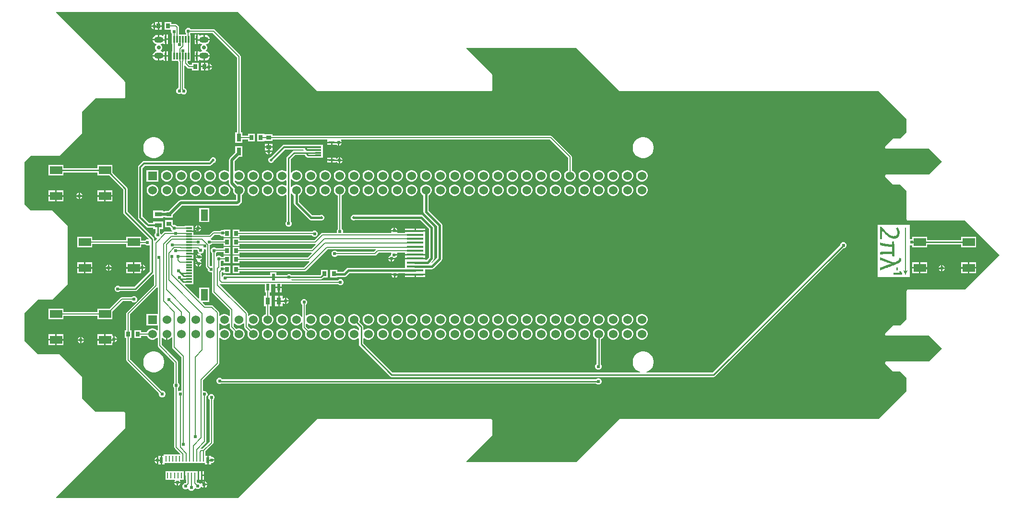
<source format=gtl>
G04*
G04 #@! TF.GenerationSoftware,Altium Limited,Altium Designer,23.4.1 (23)*
G04*
G04 Layer_Physical_Order=1*
G04 Layer_Color=417716*
%FSLAX25Y25*%
%MOIN*%
G70*
G04*
G04 #@! TF.SameCoordinates,ACA3CFB4-5D02-48E1-8893-3A58BFC83F0D*
G04*
G04*
G04 #@! TF.FilePolarity,Positive*
G04*
G01*
G75*
%ADD10C,0.01000*%
%ADD16C,0.00600*%
%ADD17R,0.02756X0.03347*%
%ADD18R,0.08500X0.05500*%
%ADD19R,0.03937X0.01181*%
%ADD20R,0.04331X0.01181*%
%ADD21R,0.11811X0.01378*%
%ADD22R,0.01181X0.04528*%
%ADD23R,0.03347X0.02756*%
%ADD24R,0.02756X0.05315*%
%ADD25R,0.00984X0.03937*%
%ADD26R,0.02362X0.03937*%
%ADD27R,0.05118X0.03150*%
%ADD28R,0.02362X0.04724*%
%ADD29R,0.03150X0.05118*%
%ADD30R,0.05118X0.07874*%
%ADD53C,0.01200*%
%ADD54C,0.01600*%
%ADD55C,0.02000*%
%ADD56C,0.02795*%
%ADD57O,0.06299X0.04331*%
%ADD58C,0.06000*%
%ADD59R,0.06200X0.06200*%
%ADD60C,0.02000*%
%ADD61C,0.02400*%
G36*
X114243Y114243D02*
X114590Y114011D01*
X115000Y113929D01*
X235000Y113929D01*
X235410Y114011D01*
X235757Y114243D01*
X235989Y114590D01*
X236071Y115000D01*
Y125000D01*
X235989Y125410D01*
X235757Y125757D01*
X218046Y143467D01*
X218238Y143929D01*
X294557D01*
X324243Y114243D01*
X324590Y114011D01*
X325000Y113929D01*
X325000Y113929D01*
X504557D01*
X523929Y94557D01*
Y85443D01*
X519557Y81071D01*
X515000D01*
X515000Y81071D01*
X514590Y80989D01*
X514243Y80757D01*
X509243Y75757D01*
X509011Y75410D01*
X508929Y75000D01*
X509011Y74590D01*
X509243Y74243D01*
X509590Y74011D01*
X510000Y73929D01*
X539557D01*
X548486Y65000D01*
X539557Y56071D01*
X510000D01*
X509590Y55989D01*
X509243Y55757D01*
X509011Y55410D01*
X508929Y55000D01*
X509011Y54590D01*
X509243Y54243D01*
X514243Y49243D01*
X514590Y49011D01*
X515000Y48929D01*
X515000Y48929D01*
X519557D01*
X523929Y44556D01*
Y25000D01*
X524011Y24590D01*
X524243Y24243D01*
X524590Y24011D01*
X525000Y23929D01*
X564557D01*
X588486Y0D01*
X564557Y-23929D01*
X525000D01*
X524590Y-24011D01*
X524243Y-24243D01*
X524011Y-24590D01*
X523929Y-25000D01*
Y-44556D01*
X519557Y-48929D01*
X515000D01*
X515000Y-48929D01*
X514590Y-49011D01*
X514243Y-49243D01*
X509243Y-54243D01*
X509011Y-54590D01*
X508929Y-55000D01*
X509011Y-55410D01*
X509243Y-55757D01*
X509590Y-55989D01*
X510000Y-56071D01*
X539557D01*
X548486Y-65000D01*
X539557Y-73929D01*
X510000D01*
X509590Y-74011D01*
X509243Y-74243D01*
X509011Y-74590D01*
X508929Y-75000D01*
X509011Y-75410D01*
X509243Y-75757D01*
X514243Y-80757D01*
X514590Y-80989D01*
X515000Y-81071D01*
X515000Y-81071D01*
X519557D01*
X523929Y-85443D01*
Y-94557D01*
X504557Y-113929D01*
X325000D01*
X325000Y-113929D01*
X324590Y-114011D01*
X324243Y-114243D01*
X294557Y-143929D01*
X218238D01*
X218046Y-143467D01*
X235757Y-125757D01*
X235989Y-125410D01*
X236071Y-125000D01*
Y-115000D01*
X235989Y-114590D01*
X235757Y-114243D01*
X235410Y-114011D01*
X235000Y-113929D01*
X115000D01*
X115000Y-113929D01*
X114590Y-114011D01*
X114243Y-114243D01*
X114243Y-114243D01*
X59557Y-168929D01*
X-66762D01*
X-66953Y-168467D01*
X-19243Y-120757D01*
X-19011Y-120410D01*
X-18929Y-120000D01*
X-18929Y-120000D01*
Y-110000D01*
X-19011Y-109590D01*
X-19243Y-109243D01*
X-19590Y-109011D01*
X-20000Y-108929D01*
X-39557D01*
X-48929Y-99557D01*
Y-85000D01*
X-49011Y-84590D01*
X-49243Y-84243D01*
X-49243Y-84243D01*
X-64243Y-69243D01*
X-64590Y-69011D01*
X-65000Y-68929D01*
X-79557D01*
X-88929Y-59557D01*
Y-40444D01*
X-79557Y-31071D01*
X-70000D01*
X-69590Y-30989D01*
X-69243Y-30757D01*
X-59243Y-20757D01*
X-59243Y-20757D01*
X-59011Y-20410D01*
X-58929Y-20000D01*
X-58929Y-20000D01*
Y20000D01*
X-58929Y20000D01*
X-59011Y20410D01*
X-59243Y20757D01*
X-59243Y20757D01*
X-69243Y30757D01*
X-69590Y30989D01*
X-70000Y31071D01*
X-84557D01*
X-88929Y35443D01*
Y64557D01*
X-84557Y68929D01*
X-65000D01*
X-64590Y69011D01*
X-64243Y69243D01*
X-49243Y84243D01*
X-49243Y84243D01*
X-49011Y84590D01*
X-48929Y85000D01*
Y99557D01*
X-39557Y108929D01*
X-20000D01*
X-19590Y109011D01*
X-19243Y109243D01*
X-19011Y109590D01*
X-18929Y110000D01*
Y120000D01*
X-18929Y120000D01*
X-19011Y120410D01*
X-19243Y120757D01*
X-66953Y168467D01*
X-66762Y168929D01*
X59557D01*
X114243Y114243D01*
D02*
G37*
%LPC*%
G36*
X6630Y161873D02*
X4752D01*
Y159700D01*
X6630D01*
Y161873D01*
D02*
G37*
G36*
X800Y161274D02*
X54Y160965D01*
X-565Y160346D01*
X-874Y159600D01*
X800D01*
Y161274D01*
D02*
G37*
G36*
Y158600D02*
X-874D01*
X-565Y157854D01*
X54Y157235D01*
X800Y156926D01*
Y158600D01*
D02*
G37*
G36*
X6630Y158700D02*
X4752D01*
Y156527D01*
X6630D01*
Y158700D01*
D02*
G37*
G36*
X3752Y161873D02*
X1874D01*
Y161391D01*
X1800Y161342D01*
Y159100D01*
Y156858D01*
X1874Y156809D01*
Y156527D01*
X3752D01*
Y159200D01*
Y161873D01*
D02*
G37*
G36*
X8752Y153264D02*
X7661D01*
Y152603D01*
X7161Y152356D01*
X6911Y152548D01*
X6141Y152867D01*
X5315Y152976D01*
X4831D01*
Y149784D01*
X4331D01*
Y149284D01*
X220D01*
X263Y148957D01*
X581Y148187D01*
X1089Y147526D01*
X1750Y147019D01*
X2520Y146700D01*
X2813Y146661D01*
X2910Y146372D01*
X2928Y146142D01*
X2298Y145512D01*
X1933Y144631D01*
Y143677D01*
X2298Y142795D01*
X2928Y142166D01*
X2910Y141935D01*
X2813Y141646D01*
X2520Y141607D01*
X1750Y141288D01*
X1089Y140781D01*
X581Y140120D01*
X263Y139350D01*
X220Y139024D01*
X4331D01*
Y138524D01*
X4831D01*
Y135331D01*
X5315D01*
X6141Y135440D01*
X6911Y135759D01*
X7161Y135951D01*
X7661Y135704D01*
Y135043D01*
X8752D01*
Y138307D01*
Y141571D01*
X7661D01*
Y141343D01*
X7161Y141097D01*
X6911Y141288D01*
X6141Y141607D01*
X5849Y141646D01*
X5751Y141935D01*
X5733Y142166D01*
X6363Y142795D01*
X6728Y143677D01*
Y144631D01*
X6363Y145512D01*
X5733Y146142D01*
X5751Y146372D01*
X5849Y146661D01*
X6141Y146700D01*
X6911Y147019D01*
X7161Y147211D01*
X7661Y146964D01*
Y146736D01*
X8752D01*
Y150000D01*
Y153264D01*
D02*
G37*
G36*
X30406D02*
X29315D01*
Y150500D01*
X30406D01*
Y153264D01*
D02*
G37*
G36*
X10842D02*
X9752D01*
Y150500D01*
X10842D01*
Y153264D01*
D02*
G37*
G36*
X36811Y152976D02*
X36327D01*
Y150284D01*
X39938D01*
X39895Y150610D01*
X39576Y151380D01*
X39069Y152041D01*
X38407Y152548D01*
X37637Y152867D01*
X36811Y152976D01*
D02*
G37*
G36*
X3831D02*
X3347D01*
X2520Y152867D01*
X1750Y152548D01*
X1089Y152041D01*
X581Y151380D01*
X263Y150610D01*
X220Y150284D01*
X3831D01*
Y152976D01*
D02*
G37*
G36*
X30406Y149500D02*
X29315D01*
Y146736D01*
X30406D01*
Y149500D01*
D02*
G37*
G36*
X10842D02*
X9752D01*
Y146736D01*
X10842D01*
Y149500D01*
D02*
G37*
G36*
X32496Y153264D02*
X31405D01*
Y150000D01*
Y146736D01*
X32496D01*
Y146964D01*
X32996Y147211D01*
X33246Y147019D01*
X34016Y146700D01*
X34309Y146661D01*
X34406Y146372D01*
X34424Y146142D01*
X33794Y145512D01*
X33429Y144631D01*
Y143677D01*
X33794Y142795D01*
X34424Y142166D01*
X34406Y141935D01*
X34309Y141646D01*
X34016Y141607D01*
X33246Y141288D01*
X32996Y141097D01*
X32496Y141343D01*
Y141571D01*
X31405D01*
Y138307D01*
Y135043D01*
X32496D01*
Y135704D01*
X32996Y135951D01*
X33246Y135759D01*
X34016Y135440D01*
X34843Y135331D01*
X35327D01*
Y138524D01*
X35827D01*
Y139024D01*
X39938D01*
X39895Y139350D01*
X39576Y140120D01*
X39069Y140781D01*
X38407Y141288D01*
X37637Y141607D01*
X37345Y141646D01*
X37248Y141935D01*
X37229Y142166D01*
X37859Y142795D01*
X38224Y143677D01*
Y144631D01*
X37859Y145512D01*
X37229Y146142D01*
X37248Y146372D01*
X37345Y146661D01*
X37637Y146700D01*
X38407Y147019D01*
X39069Y147526D01*
X39576Y148187D01*
X39895Y148957D01*
X39938Y149284D01*
X35827D01*
Y149784D01*
X35327D01*
Y152976D01*
X34843D01*
X34016Y152867D01*
X33246Y152548D01*
X32996Y152356D01*
X32496Y152603D01*
Y153264D01*
D02*
G37*
G36*
X30406Y141571D02*
X29315D01*
Y138807D01*
X30406D01*
Y141571D01*
D02*
G37*
G36*
X10842D02*
X9752D01*
Y138807D01*
X10842D01*
Y141571D01*
D02*
G37*
G36*
X39938Y138024D02*
X36327D01*
Y135331D01*
X36811D01*
X37637Y135440D01*
X38407Y135759D01*
X39069Y136266D01*
X39576Y136927D01*
X39895Y137697D01*
X39938Y138024D01*
D02*
G37*
G36*
X3831D02*
X220D01*
X263Y137697D01*
X581Y136927D01*
X1089Y136266D01*
X1750Y135759D01*
X2520Y135440D01*
X3347Y135331D01*
X3831D01*
Y138024D01*
D02*
G37*
G36*
X30406Y137807D02*
X29315D01*
Y135043D01*
X30406D01*
Y137807D01*
D02*
G37*
G36*
X10842D02*
X9752D01*
Y135043D01*
X10842D01*
Y137807D01*
D02*
G37*
G36*
X35748Y133673D02*
X33870D01*
Y131500D01*
X35748D01*
Y133673D01*
D02*
G37*
G36*
X39700Y132874D02*
Y131200D01*
X41374D01*
X41065Y131946D01*
X40446Y132565D01*
X39700Y132874D01*
D02*
G37*
G36*
X41374Y130200D02*
X39700D01*
Y128526D01*
X40446Y128835D01*
X41065Y129454D01*
X41374Y130200D01*
D02*
G37*
G36*
X38626Y133673D02*
X36748D01*
Y131000D01*
Y128327D01*
X38626D01*
Y128409D01*
X38700Y128458D01*
Y130700D01*
Y132942D01*
X38626Y132991D01*
Y133673D01*
D02*
G37*
G36*
X35748Y130500D02*
X33870D01*
Y128327D01*
X35748D01*
Y130500D01*
D02*
G37*
G36*
X13126Y161873D02*
X8370D01*
Y156527D01*
X12636D01*
X12913Y156111D01*
X12800Y155838D01*
Y154962D01*
X13135Y154154D01*
X13537Y153752D01*
X13567Y153264D01*
X13567Y153264D01*
Y146736D01*
X13832D01*
Y141571D01*
X13567D01*
Y135043D01*
X17781D01*
X17870Y134598D01*
X18157Y134168D01*
X18274Y134051D01*
Y116214D01*
X18259D01*
X17450Y115879D01*
X16831Y115260D01*
X16496Y114452D01*
Y113576D01*
X16831Y112768D01*
X17450Y112149D01*
X18259Y111814D01*
X19134D01*
X19942Y112149D01*
X20155Y112361D01*
X20492Y112023D01*
X21301Y111688D01*
X22176D01*
X22985Y112023D01*
X23604Y112642D01*
X23939Y113451D01*
Y114326D01*
X23604Y115134D01*
X22985Y115753D01*
X22176Y116088D01*
X22126D01*
Y131547D01*
X22587Y131738D01*
X24363Y129963D01*
X24793Y129675D01*
X25300Y129575D01*
X27374D01*
Y128327D01*
X32130D01*
Y133673D01*
X27374D01*
Y132226D01*
X25849D01*
X24357Y133718D01*
Y135043D01*
X26591D01*
Y141571D01*
X26326D01*
Y146736D01*
X26591D01*
Y153264D01*
X26276D01*
Y153864D01*
X26686Y154274D01*
X41851D01*
X58675Y137451D01*
Y85182D01*
X57622D01*
Y77867D01*
X62378D01*
Y80274D01*
X66374D01*
Y78927D01*
X71130D01*
Y84273D01*
X66374D01*
Y82925D01*
X62378D01*
Y85182D01*
X61326D01*
Y138000D01*
X61225Y138507D01*
X60937Y138937D01*
X43337Y156537D01*
X42907Y156825D01*
X42400Y156925D01*
X26686D01*
X26146Y157465D01*
X25338Y157800D01*
X24462D01*
X23654Y157465D01*
X23035Y156846D01*
X22700Y156038D01*
Y155162D01*
X23035Y154354D01*
X23625Y153764D01*
Y153264D01*
X18451D01*
Y158274D01*
X18351Y158781D01*
X18063Y159211D01*
X17137Y160137D01*
X16707Y160425D01*
X16200Y160526D01*
X13126D01*
Y161873D01*
D02*
G37*
G36*
X124026Y77663D02*
X121557D01*
Y76573D01*
X124026D01*
Y77663D01*
D02*
G37*
G36*
X131574Y77700D02*
X129900D01*
Y76026D01*
X130646Y76335D01*
X131265Y76954D01*
X131574Y77700D01*
D02*
G37*
G36*
X83373Y77430D02*
X81200D01*
Y75552D01*
X83373D01*
Y77430D01*
D02*
G37*
G36*
X80200D02*
X78027D01*
Y75552D01*
X80200D01*
Y77430D01*
D02*
G37*
G36*
X83373Y74552D02*
X80700D01*
X78027D01*
Y72674D01*
X78509D01*
X78558Y72600D01*
X83042D01*
X83091Y72674D01*
X83373D01*
Y74552D01*
D02*
G37*
G36*
X82974Y71600D02*
X81300D01*
Y69926D01*
X82046Y70235D01*
X82665Y70854D01*
X82974Y71600D01*
D02*
G37*
G36*
X80300D02*
X78626D01*
X78935Y70854D01*
X79554Y70235D01*
X80300Y69926D01*
Y71600D01*
D02*
G37*
G36*
X62378Y75733D02*
X57622D01*
Y71302D01*
X53758Y67438D01*
X53316Y66776D01*
X53161Y65996D01*
Y58149D01*
X52699Y57958D01*
X52456Y58201D01*
X51544Y58727D01*
X50527Y59000D01*
X49473D01*
X48456Y58727D01*
X47544Y58201D01*
X46799Y57456D01*
X46273Y56544D01*
X46000Y55527D01*
Y54473D01*
X46273Y53456D01*
X46799Y52544D01*
X47544Y51799D01*
X48456Y51273D01*
X49473Y51000D01*
X50527D01*
X51544Y51273D01*
X52456Y51799D01*
X52699Y52042D01*
X53161Y51851D01*
Y49800D01*
X53316Y49020D01*
X53758Y48358D01*
X56125Y45992D01*
X56000Y45527D01*
Y44473D01*
X56273Y43456D01*
X56799Y42544D01*
X57544Y41799D01*
X58061Y41501D01*
Y38239D01*
X19747D01*
X18967Y38084D01*
X18305Y37642D01*
X11289Y30626D01*
X8827D01*
Y30378D01*
X7559D01*
Y30913D01*
X441D01*
Y25764D01*
X7559D01*
Y26299D01*
X8827D01*
Y25870D01*
X14173D01*
Y27742D01*
X20592Y34161D01*
X58928D01*
X59709Y34316D01*
X60370Y34758D01*
X61542Y35930D01*
X61542Y35930D01*
X61984Y36591D01*
X62139Y37372D01*
Y41616D01*
X62456Y41799D01*
X63201Y42544D01*
X63727Y43456D01*
X64000Y44473D01*
Y45527D01*
X63727Y46544D01*
X63201Y47456D01*
X62456Y48201D01*
X61544Y48727D01*
X60527Y49000D01*
X59473D01*
X59008Y48875D01*
X57239Y50645D01*
Y51437D01*
X57739Y51687D01*
X58456Y51273D01*
X59473Y51000D01*
X60527D01*
X61544Y51273D01*
X62456Y51799D01*
X63201Y52544D01*
X63727Y53456D01*
X64000Y54473D01*
Y55527D01*
X63727Y56544D01*
X63201Y57456D01*
X62456Y58201D01*
X61544Y58727D01*
X60527Y59000D01*
X59473D01*
X58456Y58727D01*
X57739Y58314D01*
X57239Y58562D01*
Y65151D01*
X60506Y68418D01*
X60950D01*
X61078Y68393D01*
X61206Y68418D01*
X62378D01*
Y69590D01*
X62403Y69718D01*
X62378Y69846D01*
Y75733D01*
D02*
G37*
G36*
X115274Y76684D02*
X91553D01*
X90929Y76560D01*
X90399Y76206D01*
X82193Y68000D01*
X82102D01*
X81367Y67695D01*
X80805Y67133D01*
X80500Y66398D01*
Y65602D01*
X80805Y64867D01*
X81367Y64305D01*
X82102Y64000D01*
X82898D01*
X83633Y64305D01*
X84196Y64867D01*
X84500Y65602D01*
Y65693D01*
X92229Y73421D01*
X104925D01*
X105069Y73120D01*
X104785Y72645D01*
X98416D01*
X97830Y72529D01*
X97334Y72197D01*
X93519Y68381D01*
X93187Y67885D01*
X93071Y67300D01*
Y58240D01*
X92609Y58048D01*
X92456Y58201D01*
X91544Y58727D01*
X90527Y59000D01*
X89473D01*
X88456Y58727D01*
X87544Y58201D01*
X86799Y57456D01*
X86273Y56544D01*
X86000Y55527D01*
Y54473D01*
X86273Y53456D01*
X86799Y52544D01*
X87544Y51799D01*
X88456Y51273D01*
X89473Y51000D01*
X90527D01*
X91544Y51273D01*
X92456Y51799D01*
X92609Y51952D01*
X93071Y51761D01*
Y48239D01*
X92609Y48048D01*
X92456Y48201D01*
X91544Y48727D01*
X90527Y49000D01*
X89473D01*
X88456Y48727D01*
X87544Y48201D01*
X86799Y47456D01*
X86273Y46544D01*
X86000Y45527D01*
Y44473D01*
X86273Y43456D01*
X86799Y42544D01*
X87544Y41799D01*
X88456Y41273D01*
X89473Y41000D01*
X90527D01*
X91544Y41273D01*
X92456Y41799D01*
X92609Y41952D01*
X93071Y41761D01*
Y23382D01*
X92735Y23046D01*
X92400Y22238D01*
Y21362D01*
X92735Y20554D01*
X93354Y19935D01*
X94162Y19600D01*
X95038D01*
X95846Y19935D01*
X96465Y20554D01*
X96800Y21362D01*
Y22238D01*
X96465Y23046D01*
X96129Y23382D01*
Y42704D01*
X96629Y42838D01*
X96799Y42544D01*
X97544Y41799D01*
X98165Y41441D01*
Y36100D01*
X98304Y35398D01*
X98702Y34802D01*
X108902Y24602D01*
X109498Y24204D01*
X110200Y24065D01*
X116604D01*
X117002Y23900D01*
X117798D01*
X118533Y24205D01*
X119096Y24767D01*
X119400Y25502D01*
Y26298D01*
X119096Y27033D01*
X118533Y27595D01*
X117798Y27900D01*
X117002D01*
X116604Y27735D01*
X110960D01*
X101835Y36860D01*
Y41441D01*
X102456Y41799D01*
X103201Y42544D01*
X103727Y43456D01*
X104000Y44473D01*
Y45527D01*
X103727Y46544D01*
X103201Y47456D01*
X102456Y48201D01*
X101544Y48727D01*
X100527Y49000D01*
X99473D01*
X98456Y48727D01*
X97544Y48201D01*
X96799Y47456D01*
X96629Y47162D01*
X96129Y47296D01*
Y52704D01*
X96629Y52838D01*
X96799Y52544D01*
X97544Y51799D01*
X98456Y51273D01*
X99473Y51000D01*
X100527D01*
X101544Y51273D01*
X102456Y51799D01*
X103201Y52544D01*
X103727Y53456D01*
X104000Y54473D01*
Y55527D01*
X103727Y56544D01*
X103201Y57456D01*
X102456Y58201D01*
X101544Y58727D01*
X100527Y59000D01*
X99473D01*
X98456Y58727D01*
X97544Y58201D01*
X96799Y57456D01*
X96629Y57162D01*
X96129Y57296D01*
Y66667D01*
X99049Y69586D01*
X105806D01*
X106119Y69119D01*
X107171Y68066D01*
X107668Y67734D01*
X108253Y67618D01*
X112109D01*
Y67557D01*
X118439D01*
Y69525D01*
Y73462D01*
Y76643D01*
X115479D01*
X115274Y76684D01*
D02*
G37*
G36*
X341614Y81800D02*
X340186D01*
X338785Y81521D01*
X337466Y80975D01*
X336278Y80181D01*
X335269Y79172D01*
X334475Y77984D01*
X333929Y76665D01*
X333650Y75264D01*
Y73836D01*
X333929Y72435D01*
X334475Y71116D01*
X335269Y69928D01*
X336278Y68919D01*
X337466Y68125D01*
X338785Y67579D01*
X340186Y67300D01*
X341614D01*
X343015Y67579D01*
X344334Y68125D01*
X345522Y68919D01*
X346531Y69928D01*
X347325Y71116D01*
X347871Y72435D01*
X348150Y73836D01*
Y75264D01*
X347871Y76665D01*
X347325Y77984D01*
X346531Y79172D01*
X345522Y80181D01*
X344334Y80975D01*
X343015Y81521D01*
X341614Y81800D01*
D02*
G37*
G36*
X1614D02*
X186D01*
X-1215Y81521D01*
X-2534Y80975D01*
X-3722Y80181D01*
X-4731Y79172D01*
X-5525Y77984D01*
X-6071Y76665D01*
X-6350Y75264D01*
Y73836D01*
X-6071Y72435D01*
X-5525Y71116D01*
X-4731Y69928D01*
X-3722Y68919D01*
X-2534Y68125D01*
X-1215Y67579D01*
X186Y67300D01*
X1614D01*
X3015Y67579D01*
X4334Y68125D01*
X5522Y68919D01*
X6531Y69928D01*
X7325Y71116D01*
X7871Y72435D01*
X8150Y73836D01*
Y75264D01*
X7871Y76665D01*
X7325Y77984D01*
X6531Y79172D01*
X5522Y80181D01*
X4334Y80975D01*
X3015Y81521D01*
X1614Y81800D01*
D02*
G37*
G36*
X129400Y67974D02*
X128654Y67665D01*
X128035Y67046D01*
X127995Y66948D01*
X127495Y67048D01*
Y67628D01*
X125026D01*
Y66037D01*
Y64446D01*
X127495D01*
Y64552D01*
X127995Y64652D01*
X128035Y64554D01*
X128654Y63935D01*
X129400Y63626D01*
Y65800D01*
Y67974D01*
D02*
G37*
G36*
X124026Y67628D02*
X121557D01*
Y66537D01*
X124026D01*
Y67628D01*
D02*
G37*
G36*
X130400Y67974D02*
Y66300D01*
X132074D01*
X131765Y67046D01*
X131146Y67665D01*
X130400Y67974D01*
D02*
G37*
G36*
X42598Y67900D02*
X41802D01*
X41067Y67595D01*
X40505Y67033D01*
X40200Y66298D01*
Y66207D01*
X39324Y65331D01*
X-5800D01*
X-5800Y65331D01*
X-6424Y65207D01*
X-6954Y64854D01*
X-9554Y62253D01*
X-9907Y61724D01*
X-10031Y61100D01*
Y26000D01*
X-9907Y25376D01*
X-9554Y24847D01*
X-4053Y19346D01*
X-3524Y18993D01*
X-2900Y18869D01*
X441D01*
Y18087D01*
X2171D01*
Y15382D01*
X1835Y15046D01*
X1500Y14238D01*
Y13362D01*
X1835Y12554D01*
X2454Y11935D01*
X3090Y11671D01*
X3264Y11138D01*
X1729Y9604D01*
X1229Y9811D01*
Y11100D01*
X1113Y11685D01*
X781Y12181D01*
X-17271Y30233D01*
Y46100D01*
X-17387Y46685D01*
X-17719Y47181D01*
X-27750Y57213D01*
Y62650D01*
X-38250D01*
Y60429D01*
X-61750D01*
Y62650D01*
X-72250D01*
Y55150D01*
X-61750D01*
Y57371D01*
X-38250D01*
Y55150D01*
X-30013D01*
X-20329Y45467D01*
Y29600D01*
X-20213Y29015D01*
X-19881Y28519D01*
X-2692Y11329D01*
X-2948Y10922D01*
X-2970Y10900D01*
X-3838D01*
X-4646Y10565D01*
X-5186Y10025D01*
X-7750D01*
Y12650D01*
X-18250D01*
Y10226D01*
X-41750D01*
Y12650D01*
X-52250D01*
Y5150D01*
X-41750D01*
Y7575D01*
X-18250D01*
Y5150D01*
X-7750D01*
Y7374D01*
X-5186D01*
X-4646Y6835D01*
X-3838Y6500D01*
X-2962D01*
X-2329Y6762D01*
X-1829Y6506D01*
Y-11366D01*
X-12533Y-22071D01*
X-22518D01*
X-22854Y-21735D01*
X-23662Y-21400D01*
X-24538D01*
X-25346Y-21735D01*
X-25965Y-22354D01*
X-26300Y-23162D01*
Y-24038D01*
X-25965Y-24846D01*
X-25346Y-25465D01*
X-24538Y-25800D01*
X-23662D01*
X-22854Y-25465D01*
X-22518Y-25129D01*
X-11900D01*
X-11315Y-25013D01*
X-10819Y-24681D01*
X475Y-13388D01*
X974Y-13596D01*
Y-20951D01*
X-17685Y-39611D01*
X-17973Y-40041D01*
X-18074Y-40548D01*
Y-52327D01*
X-19126D01*
Y-57673D01*
X-18074D01*
Y-73152D01*
X-17973Y-73659D01*
X-17685Y-74089D01*
X4600Y-96374D01*
Y-97138D01*
X4935Y-97946D01*
X5554Y-98565D01*
X6362Y-98900D01*
X7238D01*
X8046Y-98565D01*
X8665Y-97946D01*
X9000Y-97138D01*
Y-96262D01*
X8665Y-95454D01*
X8046Y-94835D01*
X7238Y-94500D01*
X6475D01*
X-15423Y-72603D01*
Y-57673D01*
X-14370D01*
Y-52327D01*
X-15423D01*
Y-41097D01*
X3175Y-22500D01*
X3430Y-22545D01*
X3675Y-22683D01*
Y-40900D01*
X-4100D01*
Y-49100D01*
X3675D01*
Y-52417D01*
X3347Y-52505D01*
X3175Y-52518D01*
X2456Y-51799D01*
X1544Y-51273D01*
X527Y-51000D01*
X-527D01*
X-1544Y-51273D01*
X-2456Y-51799D01*
X-3201Y-52544D01*
X-3727Y-53456D01*
X-3786Y-53675D01*
X-7874D01*
Y-52327D01*
X-12630D01*
Y-57673D01*
X-7874D01*
Y-56326D01*
X-3786D01*
X-3727Y-56544D01*
X-3201Y-57456D01*
X-2456Y-58201D01*
X-1544Y-58727D01*
X-527Y-59000D01*
X527D01*
X1544Y-58727D01*
X2456Y-58201D01*
X3175Y-57482D01*
X3347Y-57495D01*
X3675Y-57583D01*
Y-63000D01*
X3775Y-63507D01*
X4063Y-63937D01*
X15274Y-75149D01*
Y-88914D01*
X14735Y-89454D01*
X14400Y-90262D01*
Y-91138D01*
X14735Y-91946D01*
X15274Y-92486D01*
Y-133700D01*
X15375Y-134207D01*
X15663Y-134637D01*
X19334Y-138308D01*
X19142Y-138770D01*
X7916D01*
Y-139813D01*
X6758D01*
Y-142782D01*
Y-145750D01*
X8439D01*
Y-144707D01*
X36361D01*
Y-145750D01*
X38042D01*
Y-142782D01*
Y-139813D01*
X36884D01*
Y-138770D01*
X36718D01*
Y-136757D01*
X41937Y-131537D01*
X42225Y-131107D01*
X42325Y-130600D01*
Y-100786D01*
X42865Y-100246D01*
X43200Y-99438D01*
Y-98562D01*
X42865Y-97754D01*
X42246Y-97135D01*
X41438Y-96800D01*
X40562D01*
X39754Y-97135D01*
X39135Y-97754D01*
X38800Y-98562D01*
Y-99438D01*
X39135Y-100246D01*
X39674Y-100786D01*
Y-130051D01*
X34851Y-134874D01*
X33800D01*
X33559Y-134922D01*
X33313Y-134462D01*
X37037Y-130737D01*
X37325Y-130307D01*
X37426Y-129800D01*
Y-98586D01*
X37965Y-98046D01*
X38300Y-97238D01*
Y-96362D01*
X37965Y-95554D01*
X37346Y-94935D01*
X36538Y-94600D01*
X35662D01*
X35641Y-94609D01*
X35225Y-94331D01*
Y-87149D01*
X45937Y-76437D01*
X46225Y-76007D01*
X46325Y-75500D01*
Y-57583D01*
X46654Y-57495D01*
X46826Y-57482D01*
X47544Y-58201D01*
X48456Y-58727D01*
X49473Y-59000D01*
X50527D01*
X51544Y-58727D01*
X52456Y-58201D01*
X53201Y-57456D01*
X53727Y-56544D01*
X54000Y-55527D01*
Y-54473D01*
X53727Y-53456D01*
X53201Y-52544D01*
X52456Y-51799D01*
X51544Y-51273D01*
X50527Y-51000D01*
X49473D01*
X48456Y-51273D01*
X47544Y-51799D01*
X46826Y-52518D01*
X46654Y-52505D01*
X46325Y-52417D01*
Y-47583D01*
X46654Y-47495D01*
X46826Y-47482D01*
X47544Y-48201D01*
X48456Y-48727D01*
X49473Y-49000D01*
X50527D01*
X51544Y-48727D01*
X52456Y-48201D01*
X53175Y-47482D01*
X53347Y-47495D01*
X53675Y-47583D01*
Y-50200D01*
X53775Y-50707D01*
X54063Y-51137D01*
X56313Y-53387D01*
X56273Y-53456D01*
X56000Y-54473D01*
Y-55527D01*
X56273Y-56544D01*
X56799Y-57456D01*
X57544Y-58201D01*
X58456Y-58727D01*
X59473Y-59000D01*
X60527D01*
X61544Y-58727D01*
X62456Y-58201D01*
X63201Y-57456D01*
X63727Y-56544D01*
X64000Y-55527D01*
Y-54473D01*
X63727Y-53456D01*
X63201Y-52544D01*
X62456Y-51799D01*
X61544Y-51273D01*
X60527Y-51000D01*
X59473D01*
X58456Y-51273D01*
X58133Y-51459D01*
X56326Y-49651D01*
Y-47583D01*
X56653Y-47495D01*
X56826Y-47482D01*
X57544Y-48201D01*
X58456Y-48727D01*
X59473Y-49000D01*
X60527D01*
X61544Y-48727D01*
X62456Y-48201D01*
X63174Y-47482D01*
X63346Y-47495D01*
X63674Y-47583D01*
Y-50000D01*
X63775Y-50507D01*
X64063Y-50937D01*
X66386Y-53260D01*
X66273Y-53456D01*
X66000Y-54473D01*
Y-55527D01*
X66273Y-56544D01*
X66799Y-57456D01*
X67544Y-58201D01*
X68456Y-58727D01*
X69473Y-59000D01*
X70527D01*
X71544Y-58727D01*
X72456Y-58201D01*
X73201Y-57456D01*
X73727Y-56544D01*
X74000Y-55527D01*
Y-54473D01*
X73727Y-53456D01*
X73201Y-52544D01*
X72456Y-51799D01*
X71544Y-51273D01*
X70527Y-51000D01*
X69473D01*
X68456Y-51273D01*
X68260Y-51386D01*
X66325Y-49451D01*
Y-47583D01*
X66654Y-47495D01*
X66825Y-47482D01*
X67544Y-48201D01*
X68456Y-48727D01*
X69473Y-49000D01*
X70527D01*
X71544Y-48727D01*
X72456Y-48201D01*
X73201Y-47456D01*
X73727Y-46544D01*
X74000Y-45527D01*
Y-44473D01*
X73727Y-43456D01*
X73201Y-42544D01*
X72456Y-41799D01*
X71544Y-41273D01*
X70527Y-41000D01*
X69473D01*
X68456Y-41273D01*
X67544Y-41799D01*
X66825Y-42518D01*
X66654Y-42505D01*
X66325Y-42417D01*
Y-40700D01*
X66225Y-40193D01*
X65937Y-39763D01*
X46699Y-20524D01*
X46731Y-20300D01*
X46761Y-20266D01*
X47267Y-20074D01*
X47493Y-20225D01*
X48000Y-20325D01*
X78079D01*
Y-25905D01*
X78934D01*
Y-28441D01*
X77587D01*
Y-35559D01*
X78675D01*
Y-41214D01*
X78456Y-41273D01*
X77544Y-41799D01*
X76799Y-42544D01*
X76273Y-43456D01*
X76000Y-44473D01*
Y-45527D01*
X76273Y-46544D01*
X76799Y-47456D01*
X77544Y-48201D01*
X78456Y-48727D01*
X79473Y-49000D01*
X80527D01*
X81544Y-48727D01*
X82456Y-48201D01*
X83201Y-47456D01*
X83727Y-46544D01*
X84000Y-45527D01*
Y-44473D01*
X83727Y-43456D01*
X83201Y-42544D01*
X82456Y-41799D01*
X81544Y-41273D01*
X81326Y-41214D01*
Y-35559D01*
X82736D01*
Y-28441D01*
X81585D01*
Y-25905D01*
X82441D01*
Y-20325D01*
X85559D01*
Y-22043D01*
X87740D01*
X89921D01*
Y-20325D01*
X128814D01*
X129354Y-20865D01*
X130162Y-21200D01*
X131038D01*
X131846Y-20865D01*
X132465Y-20246D01*
X132800Y-19438D01*
Y-18562D01*
X132465Y-17754D01*
X131846Y-17135D01*
X131038Y-16800D01*
X130162D01*
X129354Y-17135D01*
X128814Y-17674D01*
X96870D01*
X96618Y-17175D01*
X96757Y-16986D01*
X117047D01*
X117632Y-16870D01*
X118129Y-16538D01*
X118994Y-15673D01*
X121882D01*
Y-10327D01*
X117126D01*
Y-13215D01*
X116414Y-13927D01*
X96482D01*
X96146Y-13592D01*
X95338Y-13257D01*
X94462D01*
X93654Y-13592D01*
X93318Y-13927D01*
X86181D01*
Y-12094D01*
X81819D01*
Y-13927D01*
X51422D01*
X51302Y-13951D01*
X50938Y-13800D01*
X50062D01*
X49254Y-14135D01*
X48635Y-14754D01*
X48483Y-15121D01*
X47983Y-15021D01*
Y-12192D01*
X48175Y-12000D01*
X48938D01*
X48958Y-11991D01*
X49374Y-12269D01*
Y-12673D01*
X54130D01*
Y-7327D01*
X49374D01*
Y-7331D01*
X48958Y-7609D01*
X48938Y-7600D01*
X48062D01*
X47899Y-7668D01*
X47483Y-7390D01*
Y-4465D01*
X47943Y-4004D01*
X49374D01*
Y-5673D01*
X54130D01*
Y-327D01*
X49374D01*
Y-1353D01*
X47943D01*
X47404Y-814D01*
X46595Y-479D01*
X45720D01*
X44912Y-814D01*
X44625Y-1100D01*
X44126Y-893D01*
Y1314D01*
X44665Y1854D01*
X44674Y1874D01*
X49374D01*
Y327D01*
X54130D01*
Y5673D01*
X49374D01*
Y4526D01*
X44486D01*
X44046Y4965D01*
X43238Y5300D01*
X42362D01*
X41554Y4965D01*
X40935Y4346D01*
X40600Y3538D01*
Y2662D01*
X40935Y1854D01*
X41475Y1314D01*
Y-7575D01*
X41138Y-7800D01*
X40262D01*
X39926Y-7406D01*
Y6920D01*
X39957D01*
X40766Y7255D01*
X41306Y7794D01*
X49374D01*
Y6327D01*
X54130D01*
Y11673D01*
X49374D01*
Y10445D01*
X41306D01*
X40766Y10985D01*
X40622Y11045D01*
X40673Y11565D01*
X40703Y11571D01*
X41133Y11858D01*
X43149Y13874D01*
X46914D01*
X47454Y13335D01*
X48262Y13000D01*
X49138D01*
X49374Y12842D01*
Y12327D01*
X54130D01*
Y17673D01*
X49374D01*
Y17558D01*
X49138Y17400D01*
X48262D01*
X47454Y17065D01*
X46914Y16525D01*
X42600D01*
X42093Y16425D01*
X41663Y16137D01*
X39646Y14121D01*
X28323D01*
Y16354D01*
X25354D01*
Y17110D01*
X28323D01*
Y17110D01*
Y20291D01*
X22386D01*
Y20026D01*
X16785D01*
X16346Y20465D01*
X15538Y20800D01*
X14662D01*
X14634Y20788D01*
X14173Y21249D01*
Y24130D01*
X8827D01*
Y19374D01*
X12299D01*
X12900Y18773D01*
Y18162D01*
X13235Y17354D01*
X13854Y16735D01*
X13877Y16725D01*
X13777Y16226D01*
X8900D01*
X8393Y16125D01*
X7963Y15837D01*
X6362Y14236D01*
X5829Y14410D01*
X5565Y15046D01*
X5229Y15382D01*
Y18087D01*
X7559D01*
Y23236D01*
X441D01*
Y22131D01*
X-2224D01*
X-6769Y26676D01*
Y60424D01*
X-5124Y62069D01*
X40000D01*
X40624Y62193D01*
X41153Y62546D01*
X42507Y63900D01*
X42598D01*
X43333Y64205D01*
X43896Y64767D01*
X44200Y65502D01*
Y66298D01*
X43896Y67033D01*
X43333Y67595D01*
X42598Y67900D01*
D02*
G37*
G36*
X124026Y65537D02*
X121557D01*
Y64446D01*
X124026D01*
Y65537D01*
D02*
G37*
G36*
X132074Y65300D02*
X130400D01*
Y63626D01*
X131146Y63935D01*
X131765Y64554D01*
X132074Y65300D01*
D02*
G37*
G36*
X340527Y59000D02*
X339473D01*
X338456Y58727D01*
X337544Y58201D01*
X336799Y57456D01*
X336273Y56544D01*
X336000Y55527D01*
Y54473D01*
X336273Y53456D01*
X336799Y52544D01*
X337544Y51799D01*
X338456Y51273D01*
X339473Y51000D01*
X340527D01*
X341544Y51273D01*
X342456Y51799D01*
X343201Y52544D01*
X343727Y53456D01*
X344000Y54473D01*
Y55527D01*
X343727Y56544D01*
X343201Y57456D01*
X342456Y58201D01*
X341544Y58727D01*
X340527Y59000D01*
D02*
G37*
G36*
X330527D02*
X329473D01*
X328456Y58727D01*
X327544Y58201D01*
X326799Y57456D01*
X326273Y56544D01*
X326000Y55527D01*
Y54473D01*
X326273Y53456D01*
X326799Y52544D01*
X327544Y51799D01*
X328456Y51273D01*
X329473Y51000D01*
X330527D01*
X331544Y51273D01*
X332456Y51799D01*
X333201Y52544D01*
X333727Y53456D01*
X334000Y54473D01*
Y55527D01*
X333727Y56544D01*
X333201Y57456D01*
X332456Y58201D01*
X331544Y58727D01*
X330527Y59000D01*
D02*
G37*
G36*
X320527D02*
X319473D01*
X318456Y58727D01*
X317544Y58201D01*
X316799Y57456D01*
X316273Y56544D01*
X316000Y55527D01*
Y54473D01*
X316273Y53456D01*
X316799Y52544D01*
X317544Y51799D01*
X318456Y51273D01*
X319473Y51000D01*
X320527D01*
X321544Y51273D01*
X322456Y51799D01*
X323201Y52544D01*
X323727Y53456D01*
X324000Y54473D01*
Y55527D01*
X323727Y56544D01*
X323201Y57456D01*
X322456Y58201D01*
X321544Y58727D01*
X320527Y59000D01*
D02*
G37*
G36*
X310527D02*
X309473D01*
X308456Y58727D01*
X307544Y58201D01*
X306799Y57456D01*
X306273Y56544D01*
X306000Y55527D01*
Y54473D01*
X306273Y53456D01*
X306799Y52544D01*
X307544Y51799D01*
X308456Y51273D01*
X309473Y51000D01*
X310527D01*
X311544Y51273D01*
X312456Y51799D01*
X313201Y52544D01*
X313727Y53456D01*
X314000Y54473D01*
Y55527D01*
X313727Y56544D01*
X313201Y57456D01*
X312456Y58201D01*
X311544Y58727D01*
X310527Y59000D01*
D02*
G37*
G36*
X300527D02*
X299473D01*
X298456Y58727D01*
X297544Y58201D01*
X296799Y57456D01*
X296273Y56544D01*
X296000Y55527D01*
Y54473D01*
X296273Y53456D01*
X296799Y52544D01*
X297544Y51799D01*
X298456Y51273D01*
X299473Y51000D01*
X300527D01*
X301544Y51273D01*
X302456Y51799D01*
X303201Y52544D01*
X303727Y53456D01*
X304000Y54473D01*
Y55527D01*
X303727Y56544D01*
X303201Y57456D01*
X302456Y58201D01*
X301544Y58727D01*
X300527Y59000D01*
D02*
G37*
G36*
X77626Y84273D02*
X72870D01*
Y78927D01*
X77626D01*
Y78931D01*
X78027Y79170D01*
X83373D01*
Y80223D01*
X121483D01*
X121557Y79754D01*
X121557D01*
Y78663D01*
X124526D01*
Y78163D01*
X125026D01*
Y76573D01*
X127494D01*
X127495Y76572D01*
Y76573D01*
X127972Y76517D01*
X128154Y76335D01*
X128900Y76026D01*
Y78200D01*
X129400D01*
Y78700D01*
X131574D01*
X131265Y79446D01*
X130989Y79723D01*
X131196Y80223D01*
X276103D01*
X288674Y67651D01*
Y58786D01*
X288456Y58727D01*
X287544Y58201D01*
X286799Y57456D01*
X286273Y56544D01*
X286000Y55527D01*
Y54473D01*
X286273Y53456D01*
X286799Y52544D01*
X287544Y51799D01*
X288456Y51273D01*
X289473Y51000D01*
X290527D01*
X291544Y51273D01*
X292456Y51799D01*
X293201Y52544D01*
X293727Y53456D01*
X294000Y54473D01*
Y55527D01*
X293727Y56544D01*
X293201Y57456D01*
X292456Y58201D01*
X291544Y58727D01*
X291325Y58786D01*
Y68200D01*
X291325Y68200D01*
X291225Y68707D01*
X290937Y69137D01*
X277589Y82485D01*
X277159Y82773D01*
X276652Y82873D01*
X83373D01*
Y83926D01*
X78027D01*
X77626Y84166D01*
Y84273D01*
D02*
G37*
G36*
X280527Y59000D02*
X279473D01*
X278456Y58727D01*
X277544Y58201D01*
X276799Y57456D01*
X276273Y56544D01*
X276000Y55527D01*
Y54473D01*
X276273Y53456D01*
X276799Y52544D01*
X277544Y51799D01*
X278456Y51273D01*
X279473Y51000D01*
X280527D01*
X281544Y51273D01*
X282456Y51799D01*
X283201Y52544D01*
X283727Y53456D01*
X284000Y54473D01*
Y55527D01*
X283727Y56544D01*
X283201Y57456D01*
X282456Y58201D01*
X281544Y58727D01*
X280527Y59000D01*
D02*
G37*
G36*
X270527D02*
X269473D01*
X268456Y58727D01*
X267544Y58201D01*
X266799Y57456D01*
X266273Y56544D01*
X266000Y55527D01*
Y54473D01*
X266273Y53456D01*
X266799Y52544D01*
X267544Y51799D01*
X268456Y51273D01*
X269473Y51000D01*
X270527D01*
X271544Y51273D01*
X272456Y51799D01*
X273201Y52544D01*
X273727Y53456D01*
X274000Y54473D01*
Y55527D01*
X273727Y56544D01*
X273201Y57456D01*
X272456Y58201D01*
X271544Y58727D01*
X270527Y59000D01*
D02*
G37*
G36*
X260527D02*
X259473D01*
X258456Y58727D01*
X257544Y58201D01*
X256799Y57456D01*
X256273Y56544D01*
X256000Y55527D01*
Y54473D01*
X256273Y53456D01*
X256799Y52544D01*
X257544Y51799D01*
X258456Y51273D01*
X259473Y51000D01*
X260527D01*
X261544Y51273D01*
X262456Y51799D01*
X263201Y52544D01*
X263727Y53456D01*
X264000Y54473D01*
Y55527D01*
X263727Y56544D01*
X263201Y57456D01*
X262456Y58201D01*
X261544Y58727D01*
X260527Y59000D01*
D02*
G37*
G36*
X250527D02*
X249473D01*
X248456Y58727D01*
X247544Y58201D01*
X246799Y57456D01*
X246273Y56544D01*
X246000Y55527D01*
Y54473D01*
X246273Y53456D01*
X246799Y52544D01*
X247544Y51799D01*
X248456Y51273D01*
X249473Y51000D01*
X250527D01*
X251544Y51273D01*
X252456Y51799D01*
X253201Y52544D01*
X253727Y53456D01*
X254000Y54473D01*
Y55527D01*
X253727Y56544D01*
X253201Y57456D01*
X252456Y58201D01*
X251544Y58727D01*
X250527Y59000D01*
D02*
G37*
G36*
X240527D02*
X239473D01*
X238456Y58727D01*
X237544Y58201D01*
X236799Y57456D01*
X236273Y56544D01*
X236000Y55527D01*
Y54473D01*
X236273Y53456D01*
X236799Y52544D01*
X237544Y51799D01*
X238456Y51273D01*
X239473Y51000D01*
X240527D01*
X241544Y51273D01*
X242456Y51799D01*
X243201Y52544D01*
X243727Y53456D01*
X244000Y54473D01*
Y55527D01*
X243727Y56544D01*
X243201Y57456D01*
X242456Y58201D01*
X241544Y58727D01*
X240527Y59000D01*
D02*
G37*
G36*
X230527D02*
X229473D01*
X228456Y58727D01*
X227544Y58201D01*
X226799Y57456D01*
X226273Y56544D01*
X226000Y55527D01*
Y54473D01*
X226273Y53456D01*
X226799Y52544D01*
X227544Y51799D01*
X228456Y51273D01*
X229473Y51000D01*
X230527D01*
X231544Y51273D01*
X232456Y51799D01*
X233201Y52544D01*
X233727Y53456D01*
X234000Y54473D01*
Y55527D01*
X233727Y56544D01*
X233201Y57456D01*
X232456Y58201D01*
X231544Y58727D01*
X230527Y59000D01*
D02*
G37*
G36*
X220527D02*
X219473D01*
X218456Y58727D01*
X217544Y58201D01*
X216799Y57456D01*
X216273Y56544D01*
X216000Y55527D01*
Y54473D01*
X216273Y53456D01*
X216799Y52544D01*
X217544Y51799D01*
X218456Y51273D01*
X219473Y51000D01*
X220527D01*
X221544Y51273D01*
X222456Y51799D01*
X223201Y52544D01*
X223727Y53456D01*
X224000Y54473D01*
Y55527D01*
X223727Y56544D01*
X223201Y57456D01*
X222456Y58201D01*
X221544Y58727D01*
X220527Y59000D01*
D02*
G37*
G36*
X210527D02*
X209473D01*
X208456Y58727D01*
X207544Y58201D01*
X206799Y57456D01*
X206273Y56544D01*
X206000Y55527D01*
Y54473D01*
X206273Y53456D01*
X206799Y52544D01*
X207544Y51799D01*
X208456Y51273D01*
X209473Y51000D01*
X210527D01*
X211544Y51273D01*
X212456Y51799D01*
X213201Y52544D01*
X213727Y53456D01*
X214000Y54473D01*
Y55527D01*
X213727Y56544D01*
X213201Y57456D01*
X212456Y58201D01*
X211544Y58727D01*
X210527Y59000D01*
D02*
G37*
G36*
X200527D02*
X199473D01*
X198456Y58727D01*
X197544Y58201D01*
X196799Y57456D01*
X196273Y56544D01*
X196000Y55527D01*
Y54473D01*
X196273Y53456D01*
X196799Y52544D01*
X197544Y51799D01*
X198456Y51273D01*
X199473Y51000D01*
X200527D01*
X201544Y51273D01*
X202456Y51799D01*
X203201Y52544D01*
X203727Y53456D01*
X204000Y54473D01*
Y55527D01*
X203727Y56544D01*
X203201Y57456D01*
X202456Y58201D01*
X201544Y58727D01*
X200527Y59000D01*
D02*
G37*
G36*
X190527D02*
X189473D01*
X188456Y58727D01*
X187544Y58201D01*
X186799Y57456D01*
X186273Y56544D01*
X186000Y55527D01*
Y54473D01*
X186273Y53456D01*
X186799Y52544D01*
X187544Y51799D01*
X188456Y51273D01*
X189473Y51000D01*
X190527D01*
X191544Y51273D01*
X192456Y51799D01*
X193201Y52544D01*
X193727Y53456D01*
X194000Y54473D01*
Y55527D01*
X193727Y56544D01*
X193201Y57456D01*
X192456Y58201D01*
X191544Y58727D01*
X190527Y59000D01*
D02*
G37*
G36*
X180527D02*
X179473D01*
X178456Y58727D01*
X177544Y58201D01*
X176799Y57456D01*
X176273Y56544D01*
X176000Y55527D01*
Y54473D01*
X176273Y53456D01*
X176799Y52544D01*
X177544Y51799D01*
X178456Y51273D01*
X179473Y51000D01*
X180527D01*
X181544Y51273D01*
X182456Y51799D01*
X183201Y52544D01*
X183727Y53456D01*
X184000Y54473D01*
Y55527D01*
X183727Y56544D01*
X183201Y57456D01*
X182456Y58201D01*
X181544Y58727D01*
X180527Y59000D01*
D02*
G37*
G36*
X170527D02*
X169473D01*
X168456Y58727D01*
X167544Y58201D01*
X166799Y57456D01*
X166273Y56544D01*
X166000Y55527D01*
Y54473D01*
X166273Y53456D01*
X166799Y52544D01*
X167544Y51799D01*
X168456Y51273D01*
X169473Y51000D01*
X170527D01*
X171544Y51273D01*
X172456Y51799D01*
X173201Y52544D01*
X173727Y53456D01*
X174000Y54473D01*
Y55527D01*
X173727Y56544D01*
X173201Y57456D01*
X172456Y58201D01*
X171544Y58727D01*
X170527Y59000D01*
D02*
G37*
G36*
X160527D02*
X159473D01*
X158456Y58727D01*
X157544Y58201D01*
X156799Y57456D01*
X156273Y56544D01*
X156000Y55527D01*
Y54473D01*
X156273Y53456D01*
X156799Y52544D01*
X157544Y51799D01*
X158456Y51273D01*
X159473Y51000D01*
X160527D01*
X161544Y51273D01*
X162456Y51799D01*
X163201Y52544D01*
X163727Y53456D01*
X164000Y54473D01*
Y55527D01*
X163727Y56544D01*
X163201Y57456D01*
X162456Y58201D01*
X161544Y58727D01*
X160527Y59000D01*
D02*
G37*
G36*
X150527D02*
X149473D01*
X148456Y58727D01*
X147544Y58201D01*
X146799Y57456D01*
X146273Y56544D01*
X146000Y55527D01*
Y54473D01*
X146273Y53456D01*
X146799Y52544D01*
X147544Y51799D01*
X148456Y51273D01*
X149473Y51000D01*
X150527D01*
X151544Y51273D01*
X152456Y51799D01*
X153201Y52544D01*
X153727Y53456D01*
X154000Y54473D01*
Y55527D01*
X153727Y56544D01*
X153201Y57456D01*
X152456Y58201D01*
X151544Y58727D01*
X150527Y59000D01*
D02*
G37*
G36*
X140527D02*
X139473D01*
X138456Y58727D01*
X137544Y58201D01*
X136799Y57456D01*
X136273Y56544D01*
X136000Y55527D01*
Y54473D01*
X136273Y53456D01*
X136799Y52544D01*
X137544Y51799D01*
X138456Y51273D01*
X139473Y51000D01*
X140527D01*
X141544Y51273D01*
X142456Y51799D01*
X143201Y52544D01*
X143727Y53456D01*
X144000Y54473D01*
Y55527D01*
X143727Y56544D01*
X143201Y57456D01*
X142456Y58201D01*
X141544Y58727D01*
X140527Y59000D01*
D02*
G37*
G36*
X130527D02*
X129473D01*
X128456Y58727D01*
X127544Y58201D01*
X126799Y57456D01*
X126273Y56544D01*
X126000Y55527D01*
Y54473D01*
X126273Y53456D01*
X126799Y52544D01*
X127544Y51799D01*
X128456Y51273D01*
X129473Y51000D01*
X130527D01*
X131544Y51273D01*
X132456Y51799D01*
X133201Y52544D01*
X133727Y53456D01*
X134000Y54473D01*
Y55527D01*
X133727Y56544D01*
X133201Y57456D01*
X132456Y58201D01*
X131544Y58727D01*
X130527Y59000D01*
D02*
G37*
G36*
X120527D02*
X119473D01*
X118456Y58727D01*
X117544Y58201D01*
X116799Y57456D01*
X116273Y56544D01*
X116000Y55527D01*
Y54473D01*
X116273Y53456D01*
X116799Y52544D01*
X117544Y51799D01*
X118456Y51273D01*
X119473Y51000D01*
X120527D01*
X121544Y51273D01*
X122456Y51799D01*
X123201Y52544D01*
X123727Y53456D01*
X124000Y54473D01*
Y55527D01*
X123727Y56544D01*
X123201Y57456D01*
X122456Y58201D01*
X121544Y58727D01*
X120527Y59000D01*
D02*
G37*
G36*
X110527D02*
X109473D01*
X108456Y58727D01*
X107544Y58201D01*
X106799Y57456D01*
X106273Y56544D01*
X106000Y55527D01*
Y54473D01*
X106273Y53456D01*
X106799Y52544D01*
X107544Y51799D01*
X108456Y51273D01*
X109473Y51000D01*
X110527D01*
X111544Y51273D01*
X112456Y51799D01*
X113201Y52544D01*
X113727Y53456D01*
X114000Y54473D01*
Y55527D01*
X113727Y56544D01*
X113201Y57456D01*
X112456Y58201D01*
X111544Y58727D01*
X110527Y59000D01*
D02*
G37*
G36*
X80527D02*
X79473D01*
X78456Y58727D01*
X77544Y58201D01*
X76799Y57456D01*
X76273Y56544D01*
X76000Y55527D01*
Y54473D01*
X76273Y53456D01*
X76799Y52544D01*
X77544Y51799D01*
X78456Y51273D01*
X79473Y51000D01*
X80527D01*
X81544Y51273D01*
X82456Y51799D01*
X83201Y52544D01*
X83727Y53456D01*
X84000Y54473D01*
Y55527D01*
X83727Y56544D01*
X83201Y57456D01*
X82456Y58201D01*
X81544Y58727D01*
X80527Y59000D01*
D02*
G37*
G36*
X70527D02*
X69473D01*
X68456Y58727D01*
X67544Y58201D01*
X66799Y57456D01*
X66273Y56544D01*
X66000Y55527D01*
Y54473D01*
X66273Y53456D01*
X66799Y52544D01*
X67544Y51799D01*
X68456Y51273D01*
X69473Y51000D01*
X70527D01*
X71544Y51273D01*
X72456Y51799D01*
X73201Y52544D01*
X73727Y53456D01*
X74000Y54473D01*
Y55527D01*
X73727Y56544D01*
X73201Y57456D01*
X72456Y58201D01*
X71544Y58727D01*
X70527Y59000D01*
D02*
G37*
G36*
X40527D02*
X39473D01*
X38456Y58727D01*
X37544Y58201D01*
X36799Y57456D01*
X36273Y56544D01*
X36000Y55527D01*
Y54473D01*
X36273Y53456D01*
X36799Y52544D01*
X37544Y51799D01*
X38456Y51273D01*
X39473Y51000D01*
X40527D01*
X41544Y51273D01*
X42456Y51799D01*
X43201Y52544D01*
X43727Y53456D01*
X44000Y54473D01*
Y55527D01*
X43727Y56544D01*
X43201Y57456D01*
X42456Y58201D01*
X41544Y58727D01*
X40527Y59000D01*
D02*
G37*
G36*
X30527D02*
X29473D01*
X28456Y58727D01*
X27544Y58201D01*
X26799Y57456D01*
X26273Y56544D01*
X26000Y55527D01*
Y54473D01*
X26273Y53456D01*
X26799Y52544D01*
X27544Y51799D01*
X28456Y51273D01*
X29473Y51000D01*
X30527D01*
X31544Y51273D01*
X32456Y51799D01*
X33201Y52544D01*
X33727Y53456D01*
X34000Y54473D01*
Y55527D01*
X33727Y56544D01*
X33201Y57456D01*
X32456Y58201D01*
X31544Y58727D01*
X30527Y59000D01*
D02*
G37*
G36*
X20527D02*
X19473D01*
X18456Y58727D01*
X17544Y58201D01*
X16799Y57456D01*
X16273Y56544D01*
X16000Y55527D01*
Y54473D01*
X16273Y53456D01*
X16799Y52544D01*
X17544Y51799D01*
X18456Y51273D01*
X19473Y51000D01*
X20527D01*
X21544Y51273D01*
X22456Y51799D01*
X23201Y52544D01*
X23727Y53456D01*
X24000Y54473D01*
Y55527D01*
X23727Y56544D01*
X23201Y57456D01*
X22456Y58201D01*
X21544Y58727D01*
X20527Y59000D01*
D02*
G37*
G36*
X10527D02*
X9473D01*
X8456Y58727D01*
X7544Y58201D01*
X6799Y57456D01*
X6273Y56544D01*
X6000Y55527D01*
Y54473D01*
X6273Y53456D01*
X6799Y52544D01*
X7544Y51799D01*
X8456Y51273D01*
X9473Y51000D01*
X10527D01*
X11544Y51273D01*
X12456Y51799D01*
X13201Y52544D01*
X13727Y53456D01*
X14000Y54473D01*
Y55527D01*
X13727Y56544D01*
X13201Y57456D01*
X12456Y58201D01*
X11544Y58727D01*
X10527Y59000D01*
D02*
G37*
G36*
X4100Y59100D02*
X-4100D01*
Y50900D01*
X4100D01*
Y59100D01*
D02*
G37*
G36*
X-27750Y44850D02*
X-32500D01*
Y41600D01*
X-27750D01*
Y44850D01*
D02*
G37*
G36*
X-61750D02*
X-66500D01*
Y41600D01*
X-61750D01*
Y44850D01*
D02*
G37*
G36*
X-33500D02*
X-38250D01*
Y41600D01*
X-33500D01*
Y44850D01*
D02*
G37*
G36*
X-67500D02*
X-72250D01*
Y41600D01*
X-67500D01*
Y44850D01*
D02*
G37*
G36*
X-50300Y43174D02*
Y41500D01*
X-48626D01*
X-48935Y42246D01*
X-49554Y42865D01*
X-50300Y43174D01*
D02*
G37*
G36*
X-51300D02*
X-52046Y42865D01*
X-52665Y42246D01*
X-52974Y41500D01*
X-51300D01*
Y43174D01*
D02*
G37*
G36*
X340527Y49000D02*
X339473D01*
X338456Y48727D01*
X337544Y48201D01*
X336799Y47456D01*
X336273Y46544D01*
X336000Y45527D01*
Y44473D01*
X336273Y43456D01*
X336799Y42544D01*
X337544Y41799D01*
X338456Y41273D01*
X339473Y41000D01*
X340527D01*
X341544Y41273D01*
X342456Y41799D01*
X343201Y42544D01*
X343727Y43456D01*
X344000Y44473D01*
Y45527D01*
X343727Y46544D01*
X343201Y47456D01*
X342456Y48201D01*
X341544Y48727D01*
X340527Y49000D01*
D02*
G37*
G36*
X330527D02*
X329473D01*
X328456Y48727D01*
X327544Y48201D01*
X326799Y47456D01*
X326273Y46544D01*
X326000Y45527D01*
Y44473D01*
X326273Y43456D01*
X326799Y42544D01*
X327544Y41799D01*
X328456Y41273D01*
X329473Y41000D01*
X330527D01*
X331544Y41273D01*
X332456Y41799D01*
X333201Y42544D01*
X333727Y43456D01*
X334000Y44473D01*
Y45527D01*
X333727Y46544D01*
X333201Y47456D01*
X332456Y48201D01*
X331544Y48727D01*
X330527Y49000D01*
D02*
G37*
G36*
X320527D02*
X319473D01*
X318456Y48727D01*
X317544Y48201D01*
X316799Y47456D01*
X316273Y46544D01*
X316000Y45527D01*
Y44473D01*
X316273Y43456D01*
X316799Y42544D01*
X317544Y41799D01*
X318456Y41273D01*
X319473Y41000D01*
X320527D01*
X321544Y41273D01*
X322456Y41799D01*
X323201Y42544D01*
X323727Y43456D01*
X324000Y44473D01*
Y45527D01*
X323727Y46544D01*
X323201Y47456D01*
X322456Y48201D01*
X321544Y48727D01*
X320527Y49000D01*
D02*
G37*
G36*
X310527D02*
X309473D01*
X308456Y48727D01*
X307544Y48201D01*
X306799Y47456D01*
X306273Y46544D01*
X306000Y45527D01*
Y44473D01*
X306273Y43456D01*
X306799Y42544D01*
X307544Y41799D01*
X308456Y41273D01*
X309473Y41000D01*
X310527D01*
X311544Y41273D01*
X312456Y41799D01*
X313201Y42544D01*
X313727Y43456D01*
X314000Y44473D01*
Y45527D01*
X313727Y46544D01*
X313201Y47456D01*
X312456Y48201D01*
X311544Y48727D01*
X310527Y49000D01*
D02*
G37*
G36*
X300527D02*
X299473D01*
X298456Y48727D01*
X297544Y48201D01*
X296799Y47456D01*
X296273Y46544D01*
X296000Y45527D01*
Y44473D01*
X296273Y43456D01*
X296799Y42544D01*
X297544Y41799D01*
X298456Y41273D01*
X299473Y41000D01*
X300527D01*
X301544Y41273D01*
X302456Y41799D01*
X303201Y42544D01*
X303727Y43456D01*
X304000Y44473D01*
Y45527D01*
X303727Y46544D01*
X303201Y47456D01*
X302456Y48201D01*
X301544Y48727D01*
X300527Y49000D01*
D02*
G37*
G36*
X290527D02*
X289473D01*
X288456Y48727D01*
X287544Y48201D01*
X286799Y47456D01*
X286273Y46544D01*
X286000Y45527D01*
Y44473D01*
X286273Y43456D01*
X286799Y42544D01*
X287544Y41799D01*
X288456Y41273D01*
X289473Y41000D01*
X290527D01*
X291544Y41273D01*
X292456Y41799D01*
X293201Y42544D01*
X293727Y43456D01*
X294000Y44473D01*
Y45527D01*
X293727Y46544D01*
X293201Y47456D01*
X292456Y48201D01*
X291544Y48727D01*
X290527Y49000D01*
D02*
G37*
G36*
X280527D02*
X279473D01*
X278456Y48727D01*
X277544Y48201D01*
X276799Y47456D01*
X276273Y46544D01*
X276000Y45527D01*
Y44473D01*
X276273Y43456D01*
X276799Y42544D01*
X277544Y41799D01*
X278456Y41273D01*
X279473Y41000D01*
X280527D01*
X281544Y41273D01*
X282456Y41799D01*
X283201Y42544D01*
X283727Y43456D01*
X284000Y44473D01*
Y45527D01*
X283727Y46544D01*
X283201Y47456D01*
X282456Y48201D01*
X281544Y48727D01*
X280527Y49000D01*
D02*
G37*
G36*
X270527D02*
X269473D01*
X268456Y48727D01*
X267544Y48201D01*
X266799Y47456D01*
X266273Y46544D01*
X266000Y45527D01*
Y44473D01*
X266273Y43456D01*
X266799Y42544D01*
X267544Y41799D01*
X268456Y41273D01*
X269473Y41000D01*
X270527D01*
X271544Y41273D01*
X272456Y41799D01*
X273201Y42544D01*
X273727Y43456D01*
X274000Y44473D01*
Y45527D01*
X273727Y46544D01*
X273201Y47456D01*
X272456Y48201D01*
X271544Y48727D01*
X270527Y49000D01*
D02*
G37*
G36*
X260527D02*
X259473D01*
X258456Y48727D01*
X257544Y48201D01*
X256799Y47456D01*
X256273Y46544D01*
X256000Y45527D01*
Y44473D01*
X256273Y43456D01*
X256799Y42544D01*
X257544Y41799D01*
X258456Y41273D01*
X259473Y41000D01*
X260527D01*
X261544Y41273D01*
X262456Y41799D01*
X263201Y42544D01*
X263727Y43456D01*
X264000Y44473D01*
Y45527D01*
X263727Y46544D01*
X263201Y47456D01*
X262456Y48201D01*
X261544Y48727D01*
X260527Y49000D01*
D02*
G37*
G36*
X250527D02*
X249473D01*
X248456Y48727D01*
X247544Y48201D01*
X246799Y47456D01*
X246273Y46544D01*
X246000Y45527D01*
Y44473D01*
X246273Y43456D01*
X246799Y42544D01*
X247544Y41799D01*
X248456Y41273D01*
X249473Y41000D01*
X250527D01*
X251544Y41273D01*
X252456Y41799D01*
X253201Y42544D01*
X253727Y43456D01*
X254000Y44473D01*
Y45527D01*
X253727Y46544D01*
X253201Y47456D01*
X252456Y48201D01*
X251544Y48727D01*
X250527Y49000D01*
D02*
G37*
G36*
X240527D02*
X239473D01*
X238456Y48727D01*
X237544Y48201D01*
X236799Y47456D01*
X236273Y46544D01*
X236000Y45527D01*
Y44473D01*
X236273Y43456D01*
X236799Y42544D01*
X237544Y41799D01*
X238456Y41273D01*
X239473Y41000D01*
X240527D01*
X241544Y41273D01*
X242456Y41799D01*
X243201Y42544D01*
X243727Y43456D01*
X244000Y44473D01*
Y45527D01*
X243727Y46544D01*
X243201Y47456D01*
X242456Y48201D01*
X241544Y48727D01*
X240527Y49000D01*
D02*
G37*
G36*
X230527D02*
X229473D01*
X228456Y48727D01*
X227544Y48201D01*
X226799Y47456D01*
X226273Y46544D01*
X226000Y45527D01*
Y44473D01*
X226273Y43456D01*
X226799Y42544D01*
X227544Y41799D01*
X228456Y41273D01*
X229473Y41000D01*
X230527D01*
X231544Y41273D01*
X232456Y41799D01*
X233201Y42544D01*
X233727Y43456D01*
X234000Y44473D01*
Y45527D01*
X233727Y46544D01*
X233201Y47456D01*
X232456Y48201D01*
X231544Y48727D01*
X230527Y49000D01*
D02*
G37*
G36*
X220527D02*
X219473D01*
X218456Y48727D01*
X217544Y48201D01*
X216799Y47456D01*
X216273Y46544D01*
X216000Y45527D01*
Y44473D01*
X216273Y43456D01*
X216799Y42544D01*
X217544Y41799D01*
X218456Y41273D01*
X219473Y41000D01*
X220527D01*
X221544Y41273D01*
X222456Y41799D01*
X223201Y42544D01*
X223727Y43456D01*
X224000Y44473D01*
Y45527D01*
X223727Y46544D01*
X223201Y47456D01*
X222456Y48201D01*
X221544Y48727D01*
X220527Y49000D01*
D02*
G37*
G36*
X210527D02*
X209473D01*
X208456Y48727D01*
X207544Y48201D01*
X206799Y47456D01*
X206273Y46544D01*
X206000Y45527D01*
Y44473D01*
X206273Y43456D01*
X206799Y42544D01*
X207544Y41799D01*
X208456Y41273D01*
X209473Y41000D01*
X210527D01*
X211544Y41273D01*
X212456Y41799D01*
X213201Y42544D01*
X213727Y43456D01*
X214000Y44473D01*
Y45527D01*
X213727Y46544D01*
X213201Y47456D01*
X212456Y48201D01*
X211544Y48727D01*
X210527Y49000D01*
D02*
G37*
G36*
X200527D02*
X199473D01*
X198456Y48727D01*
X197544Y48201D01*
X196799Y47456D01*
X196273Y46544D01*
X196000Y45527D01*
Y44473D01*
X196273Y43456D01*
X196799Y42544D01*
X197544Y41799D01*
X198456Y41273D01*
X199473Y41000D01*
X200527D01*
X201544Y41273D01*
X202456Y41799D01*
X203201Y42544D01*
X203727Y43456D01*
X204000Y44473D01*
Y45527D01*
X203727Y46544D01*
X203201Y47456D01*
X202456Y48201D01*
X201544Y48727D01*
X200527Y49000D01*
D02*
G37*
G36*
X180527D02*
X179473D01*
X178456Y48727D01*
X177544Y48201D01*
X176799Y47456D01*
X176273Y46544D01*
X176000Y45527D01*
Y44473D01*
X176273Y43456D01*
X176799Y42544D01*
X177544Y41799D01*
X178456Y41273D01*
X179473Y41000D01*
X180527D01*
X181544Y41273D01*
X182456Y41799D01*
X183201Y42544D01*
X183727Y43456D01*
X184000Y44473D01*
Y45527D01*
X183727Y46544D01*
X183201Y47456D01*
X182456Y48201D01*
X181544Y48727D01*
X180527Y49000D01*
D02*
G37*
G36*
X170527D02*
X169473D01*
X168456Y48727D01*
X167544Y48201D01*
X166799Y47456D01*
X166273Y46544D01*
X166000Y45527D01*
Y44473D01*
X166273Y43456D01*
X166799Y42544D01*
X167544Y41799D01*
X168456Y41273D01*
X169473Y41000D01*
X170527D01*
X171544Y41273D01*
X172456Y41799D01*
X173201Y42544D01*
X173727Y43456D01*
X174000Y44473D01*
Y45527D01*
X173727Y46544D01*
X173201Y47456D01*
X172456Y48201D01*
X171544Y48727D01*
X170527Y49000D01*
D02*
G37*
G36*
X160527D02*
X159473D01*
X158456Y48727D01*
X157544Y48201D01*
X156799Y47456D01*
X156273Y46544D01*
X156000Y45527D01*
Y44473D01*
X156273Y43456D01*
X156799Y42544D01*
X157544Y41799D01*
X158456Y41273D01*
X159473Y41000D01*
X160527D01*
X161544Y41273D01*
X162456Y41799D01*
X163201Y42544D01*
X163727Y43456D01*
X164000Y44473D01*
Y45527D01*
X163727Y46544D01*
X163201Y47456D01*
X162456Y48201D01*
X161544Y48727D01*
X160527Y49000D01*
D02*
G37*
G36*
X150527D02*
X149473D01*
X148456Y48727D01*
X147544Y48201D01*
X146799Y47456D01*
X146273Y46544D01*
X146000Y45527D01*
Y44473D01*
X146273Y43456D01*
X146799Y42544D01*
X147544Y41799D01*
X148456Y41273D01*
X149473Y41000D01*
X150527D01*
X151544Y41273D01*
X152456Y41799D01*
X153201Y42544D01*
X153727Y43456D01*
X154000Y44473D01*
Y45527D01*
X153727Y46544D01*
X153201Y47456D01*
X152456Y48201D01*
X151544Y48727D01*
X150527Y49000D01*
D02*
G37*
G36*
X140527D02*
X139473D01*
X138456Y48727D01*
X137544Y48201D01*
X136799Y47456D01*
X136273Y46544D01*
X136000Y45527D01*
Y44473D01*
X136273Y43456D01*
X136799Y42544D01*
X137544Y41799D01*
X138456Y41273D01*
X139473Y41000D01*
X140527D01*
X141544Y41273D01*
X142456Y41799D01*
X143201Y42544D01*
X143727Y43456D01*
X144000Y44473D01*
Y45527D01*
X143727Y46544D01*
X143201Y47456D01*
X142456Y48201D01*
X141544Y48727D01*
X140527Y49000D01*
D02*
G37*
G36*
X120527D02*
X119473D01*
X118456Y48727D01*
X117544Y48201D01*
X116799Y47456D01*
X116273Y46544D01*
X116000Y45527D01*
Y44473D01*
X116273Y43456D01*
X116799Y42544D01*
X117544Y41799D01*
X118456Y41273D01*
X119473Y41000D01*
X120527D01*
X121544Y41273D01*
X122456Y41799D01*
X123201Y42544D01*
X123727Y43456D01*
X124000Y44473D01*
Y45527D01*
X123727Y46544D01*
X123201Y47456D01*
X122456Y48201D01*
X121544Y48727D01*
X120527Y49000D01*
D02*
G37*
G36*
X110527D02*
X109473D01*
X108456Y48727D01*
X107544Y48201D01*
X106799Y47456D01*
X106273Y46544D01*
X106000Y45527D01*
Y44473D01*
X106273Y43456D01*
X106799Y42544D01*
X107544Y41799D01*
X108456Y41273D01*
X109473Y41000D01*
X110527D01*
X111544Y41273D01*
X112456Y41799D01*
X113201Y42544D01*
X113727Y43456D01*
X114000Y44473D01*
Y45527D01*
X113727Y46544D01*
X113201Y47456D01*
X112456Y48201D01*
X111544Y48727D01*
X110527Y49000D01*
D02*
G37*
G36*
X80527D02*
X79473D01*
X78456Y48727D01*
X77544Y48201D01*
X76799Y47456D01*
X76273Y46544D01*
X76000Y45527D01*
Y44473D01*
X76273Y43456D01*
X76799Y42544D01*
X77544Y41799D01*
X78456Y41273D01*
X79473Y41000D01*
X80527D01*
X81544Y41273D01*
X82456Y41799D01*
X83201Y42544D01*
X83727Y43456D01*
X84000Y44473D01*
Y45527D01*
X83727Y46544D01*
X83201Y47456D01*
X82456Y48201D01*
X81544Y48727D01*
X80527Y49000D01*
D02*
G37*
G36*
X70527D02*
X69473D01*
X68456Y48727D01*
X67544Y48201D01*
X66799Y47456D01*
X66273Y46544D01*
X66000Y45527D01*
Y44473D01*
X66273Y43456D01*
X66799Y42544D01*
X67544Y41799D01*
X68456Y41273D01*
X69473Y41000D01*
X70527D01*
X71544Y41273D01*
X72456Y41799D01*
X73201Y42544D01*
X73727Y43456D01*
X74000Y44473D01*
Y45527D01*
X73727Y46544D01*
X73201Y47456D01*
X72456Y48201D01*
X71544Y48727D01*
X70527Y49000D01*
D02*
G37*
G36*
X50527D02*
X49473D01*
X48456Y48727D01*
X47544Y48201D01*
X46799Y47456D01*
X46273Y46544D01*
X46000Y45527D01*
Y44473D01*
X46273Y43456D01*
X46799Y42544D01*
X47544Y41799D01*
X48456Y41273D01*
X49473Y41000D01*
X50527D01*
X51544Y41273D01*
X52456Y41799D01*
X53201Y42544D01*
X53727Y43456D01*
X54000Y44473D01*
Y45527D01*
X53727Y46544D01*
X53201Y47456D01*
X52456Y48201D01*
X51544Y48727D01*
X50527Y49000D01*
D02*
G37*
G36*
X40527D02*
X39473D01*
X38456Y48727D01*
X37544Y48201D01*
X36799Y47456D01*
X36273Y46544D01*
X36000Y45527D01*
Y44473D01*
X36273Y43456D01*
X36799Y42544D01*
X37544Y41799D01*
X38456Y41273D01*
X39473Y41000D01*
X40527D01*
X41544Y41273D01*
X42456Y41799D01*
X43201Y42544D01*
X43727Y43456D01*
X44000Y44473D01*
Y45527D01*
X43727Y46544D01*
X43201Y47456D01*
X42456Y48201D01*
X41544Y48727D01*
X40527Y49000D01*
D02*
G37*
G36*
X30527D02*
X29473D01*
X28456Y48727D01*
X27544Y48201D01*
X26799Y47456D01*
X26273Y46544D01*
X26000Y45527D01*
Y44473D01*
X26273Y43456D01*
X26799Y42544D01*
X27544Y41799D01*
X28456Y41273D01*
X29473Y41000D01*
X30527D01*
X31544Y41273D01*
X32456Y41799D01*
X33201Y42544D01*
X33727Y43456D01*
X34000Y44473D01*
Y45527D01*
X33727Y46544D01*
X33201Y47456D01*
X32456Y48201D01*
X31544Y48727D01*
X30527Y49000D01*
D02*
G37*
G36*
X20527D02*
X19473D01*
X18456Y48727D01*
X17544Y48201D01*
X16799Y47456D01*
X16273Y46544D01*
X16000Y45527D01*
Y44473D01*
X16273Y43456D01*
X16799Y42544D01*
X17544Y41799D01*
X18456Y41273D01*
X19473Y41000D01*
X20527D01*
X21544Y41273D01*
X22456Y41799D01*
X23201Y42544D01*
X23727Y43456D01*
X24000Y44473D01*
Y45527D01*
X23727Y46544D01*
X23201Y47456D01*
X22456Y48201D01*
X21544Y48727D01*
X20527Y49000D01*
D02*
G37*
G36*
X10527D02*
X9473D01*
X8456Y48727D01*
X7544Y48201D01*
X6799Y47456D01*
X6273Y46544D01*
X6000Y45527D01*
Y44473D01*
X6273Y43456D01*
X6799Y42544D01*
X7544Y41799D01*
X8456Y41273D01*
X9473Y41000D01*
X10527D01*
X11544Y41273D01*
X12456Y41799D01*
X13201Y42544D01*
X13727Y43456D01*
X14000Y44473D01*
Y45527D01*
X13727Y46544D01*
X13201Y47456D01*
X12456Y48201D01*
X11544Y48727D01*
X10527Y49000D01*
D02*
G37*
G36*
X527D02*
X-527D01*
X-1544Y48727D01*
X-2456Y48201D01*
X-3201Y47456D01*
X-3727Y46544D01*
X-4000Y45527D01*
Y44473D01*
X-3727Y43456D01*
X-3201Y42544D01*
X-2456Y41799D01*
X-1544Y41273D01*
X-527Y41000D01*
X527D01*
X1544Y41273D01*
X2456Y41799D01*
X3201Y42544D01*
X3727Y43456D01*
X4000Y44473D01*
Y45527D01*
X3727Y46544D01*
X3201Y47456D01*
X2456Y48201D01*
X1544Y48727D01*
X527Y49000D01*
D02*
G37*
G36*
X-48626Y40500D02*
X-50300D01*
Y38826D01*
X-49554Y39135D01*
X-48935Y39754D01*
X-48626Y40500D01*
D02*
G37*
G36*
X-51300D02*
X-52974D01*
X-52665Y39754D01*
X-52046Y39135D01*
X-51300Y38826D01*
Y40500D01*
D02*
G37*
G36*
X-27750Y40600D02*
X-32500D01*
Y37350D01*
X-27750D01*
Y40600D01*
D02*
G37*
G36*
X-33500D02*
X-38250D01*
Y37350D01*
X-33500D01*
Y40600D01*
D02*
G37*
G36*
X-61750D02*
X-66500D01*
Y37350D01*
X-61750D01*
Y40600D01*
D02*
G37*
G36*
X-67500D02*
X-72250D01*
Y37350D01*
X-67500D01*
Y40600D01*
D02*
G37*
G36*
X39543Y32693D02*
X32425D01*
Y22819D01*
X39543D01*
Y32693D01*
D02*
G37*
G36*
X32200Y20674D02*
Y19000D01*
X33874D01*
X33565Y19746D01*
X32946Y20365D01*
X32200Y20674D01*
D02*
G37*
G36*
X31200D02*
X30454Y20365D01*
X29835Y19746D01*
X29526Y19000D01*
X31200D01*
Y20674D01*
D02*
G37*
G36*
X168600Y19074D02*
Y17400D01*
X170274D01*
X169965Y18146D01*
X169346Y18765D01*
X168600Y19074D01*
D02*
G37*
G36*
X167600D02*
X166854Y18765D01*
X166235Y18146D01*
X165926Y17400D01*
X167600D01*
Y19074D01*
D02*
G37*
G36*
X189406Y18445D02*
X183000D01*
Y17256D01*
X189406D01*
Y18445D01*
D02*
G37*
G36*
X182000D02*
X175594D01*
Y17256D01*
X182000D01*
Y18445D01*
D02*
G37*
G36*
X33874Y18000D02*
X32200D01*
Y16326D01*
X32946Y16635D01*
X33565Y17254D01*
X33874Y18000D01*
D02*
G37*
G36*
X31200D02*
X29526D01*
X29835Y17254D01*
X30454Y16635D01*
X31200Y16326D01*
Y18000D01*
D02*
G37*
G36*
X60626Y17673D02*
X55870D01*
Y12327D01*
X60626D01*
Y13675D01*
X110743D01*
X110835Y13454D01*
X111454Y12835D01*
X112262Y12500D01*
X113138D01*
X113946Y12835D01*
X114565Y13454D01*
X114900Y14262D01*
Y15138D01*
X114565Y15946D01*
X113946Y16565D01*
X113138Y16900D01*
X112262D01*
X111454Y16565D01*
X111214Y16326D01*
X60626D01*
Y17673D01*
D02*
G37*
G36*
X130527Y49000D02*
X129473D01*
X128456Y48727D01*
X127544Y48201D01*
X126799Y47456D01*
X126273Y46544D01*
X126000Y45527D01*
Y44473D01*
X126273Y43456D01*
X126799Y42544D01*
X127544Y41799D01*
X128456Y41273D01*
X128674Y41214D01*
Y17986D01*
X128335Y17646D01*
X128000Y16838D01*
Y15962D01*
X128092Y15741D01*
X127814Y15326D01*
X118200D01*
X117693Y15225D01*
X117263Y14937D01*
X112651Y10326D01*
X60626D01*
Y11673D01*
X55870D01*
Y6327D01*
X60626D01*
Y7675D01*
X113193D01*
X113208Y7659D01*
X113437Y7212D01*
X110551Y4326D01*
X60626D01*
Y5673D01*
X55870D01*
Y327D01*
X60626D01*
Y1674D01*
X110593D01*
X110800Y1175D01*
X107951Y-1674D01*
X60626D01*
Y-327D01*
X55870D01*
Y-5673D01*
X60626D01*
Y-4326D01*
X108500D01*
X108866Y-4253D01*
X109122Y-4703D01*
X105151Y-8675D01*
X60626D01*
Y-7327D01*
X55870D01*
Y-12673D01*
X60626D01*
Y-11326D01*
X105700D01*
X106207Y-11225D01*
X106637Y-10937D01*
X121649Y4075D01*
X155093D01*
X155300Y3574D01*
X153951Y2225D01*
X128386D01*
X127846Y2765D01*
X127038Y3100D01*
X126162D01*
X125354Y2765D01*
X124735Y2146D01*
X124400Y1338D01*
Y462D01*
X124735Y-346D01*
X125354Y-965D01*
X126162Y-1300D01*
X127038D01*
X127846Y-965D01*
X128386Y-426D01*
X154500D01*
X155007Y-325D01*
X155437Y-37D01*
X157125Y1651D01*
X165786D01*
X165996Y1151D01*
X165700Y438D01*
Y-300D01*
X165562D01*
X164754Y-635D01*
X164135Y-1254D01*
X163826Y-2000D01*
X166000D01*
Y-2500D01*
X166500D01*
Y-4674D01*
X167246Y-4365D01*
X167865Y-3746D01*
X168200Y-2938D01*
Y-2200D01*
X168338D01*
X169146Y-1865D01*
X169765Y-1246D01*
X170074Y-500D01*
X167900D01*
Y500D01*
X170074D01*
X169805Y1151D01*
X170014Y1651D01*
X175594D01*
Y720D01*
X182500D01*
X189406D01*
Y1287D01*
Y4043D01*
Y6799D01*
Y9555D01*
Y12311D01*
Y15067D01*
Y16256D01*
X182500D01*
X175594D01*
Y15326D01*
X170290D01*
X170036Y15825D01*
X170274Y16400D01*
X165926D01*
X166164Y15825D01*
X165910Y15326D01*
X132586D01*
X132308Y15741D01*
X132400Y15962D01*
Y16838D01*
X132065Y17646D01*
X131446Y18265D01*
X131325Y18315D01*
Y41214D01*
X131544Y41273D01*
X132456Y41799D01*
X133201Y42544D01*
X133727Y43456D01*
X134000Y44473D01*
Y45527D01*
X133727Y46544D01*
X133201Y47456D01*
X132456Y48201D01*
X131544Y48727D01*
X130527Y49000D01*
D02*
G37*
G36*
X526022Y21100D02*
X503800D01*
Y-15480D01*
X526022D01*
Y6557D01*
X526522Y6892D01*
X526985Y6700D01*
X527750D01*
Y5150D01*
X538250D01*
Y7371D01*
X561750D01*
Y5150D01*
X572250D01*
Y12650D01*
X561750D01*
Y10429D01*
X538250D01*
Y12650D01*
X527750D01*
Y11100D01*
X526985D01*
X526522Y10909D01*
X526022Y11243D01*
Y21100D01*
D02*
G37*
G36*
X189406Y-280D02*
X182500D01*
X175594D01*
Y-1469D01*
Y-2036D01*
X182500D01*
X189406D01*
Y-280D01*
D02*
G37*
G36*
X165500Y-3000D02*
X163826D01*
X164135Y-3746D01*
X164754Y-4365D01*
X165500Y-4674D01*
Y-3000D01*
D02*
G37*
G36*
X190527Y49000D02*
X189473D01*
X188456Y48727D01*
X187544Y48201D01*
X186799Y47456D01*
X186273Y46544D01*
X186000Y45527D01*
Y44473D01*
X186273Y43456D01*
X186799Y42544D01*
X187544Y41799D01*
X188165Y41441D01*
Y30100D01*
X188304Y29398D01*
X188702Y28802D01*
X197665Y19840D01*
Y-2040D01*
X193836Y-5869D01*
X193834Y-5868D01*
X193669Y-5326D01*
X195198Y-3798D01*
X195596Y-3202D01*
X195735Y-2500D01*
Y19100D01*
X195596Y19802D01*
X195198Y20398D01*
X188198Y27398D01*
X187602Y27796D01*
X186900Y27935D01*
X140000D01*
X139823Y27900D01*
X139402D01*
X138667Y27595D01*
X138104Y27033D01*
X137800Y26298D01*
Y25502D01*
X138104Y24767D01*
X138667Y24205D01*
X139402Y23900D01*
X140198D01*
X140933Y24205D01*
X140993Y24265D01*
X186140D01*
X192065Y18340D01*
Y-1740D01*
X190348Y-3456D01*
X189406D01*
Y-3036D01*
X182500D01*
X175594D01*
Y-4224D01*
Y-8968D01*
X136197D01*
X135494Y-9108D01*
X134899Y-9505D01*
X132840Y-11565D01*
X128378D01*
Y-10327D01*
X123622D01*
Y-15673D01*
X128378D01*
Y-15235D01*
X133600D01*
X134302Y-15096D01*
X134898Y-14698D01*
X136957Y-12638D01*
X166008D01*
X166286Y-13054D01*
X166226Y-13200D01*
X170574D01*
X170514Y-13054D01*
X170791Y-12638D01*
X175594D01*
Y-13059D01*
X182500D01*
X189406D01*
Y-12492D01*
Y-9883D01*
X194253D01*
X194955Y-9743D01*
X195551Y-9345D01*
X200798Y-4098D01*
X201196Y-3502D01*
X201335Y-2800D01*
Y20600D01*
X201196Y21302D01*
X200798Y21898D01*
X191835Y30860D01*
Y41441D01*
X192456Y41799D01*
X193201Y42544D01*
X193727Y43456D01*
X194000Y44473D01*
Y45527D01*
X193727Y46544D01*
X193201Y47456D01*
X192456Y48201D01*
X191544Y48727D01*
X190527Y49000D01*
D02*
G37*
G36*
X-6700Y-6626D02*
Y-8300D01*
X-5026D01*
X-5335Y-7554D01*
X-5954Y-6935D01*
X-6700Y-6626D01*
D02*
G37*
G36*
X-29900Y-6726D02*
Y-8400D01*
X-28226D01*
X-28535Y-7654D01*
X-29154Y-7035D01*
X-29900Y-6726D01*
D02*
G37*
G36*
X-30900D02*
X-31646Y-7035D01*
X-32265Y-7654D01*
X-32574Y-8400D01*
X-30900D01*
Y-6726D01*
D02*
G37*
G36*
X572250Y-5150D02*
X567500D01*
Y-8400D01*
X572250D01*
Y-5150D01*
D02*
G37*
G36*
X538250D02*
X533500D01*
Y-8400D01*
X538250D01*
Y-5150D01*
D02*
G37*
G36*
X-41750D02*
X-46500D01*
Y-8400D01*
X-41750D01*
Y-5150D01*
D02*
G37*
G36*
X566500D02*
X561750D01*
Y-8400D01*
X566500D01*
Y-5150D01*
D02*
G37*
G36*
X532500D02*
X527750D01*
Y-8400D01*
X532500D01*
Y-5150D01*
D02*
G37*
G36*
X-13500D02*
X-18250D01*
Y-8400D01*
X-13500D01*
Y-5150D01*
D02*
G37*
G36*
X-47500D02*
X-52250D01*
Y-8400D01*
X-47500D01*
Y-5150D01*
D02*
G37*
G36*
X548800Y-7026D02*
Y-8700D01*
X550474D01*
X550165Y-7954D01*
X549546Y-7335D01*
X548800Y-7026D01*
D02*
G37*
G36*
X547800D02*
X547054Y-7335D01*
X546435Y-7954D01*
X546126Y-8700D01*
X547800D01*
Y-7026D01*
D02*
G37*
G36*
X-5026Y-9300D02*
X-6700D01*
Y-10974D01*
X-5954Y-10665D01*
X-5335Y-10046D01*
X-5026Y-9300D01*
D02*
G37*
G36*
X-28226Y-9400D02*
X-29900D01*
Y-11074D01*
X-29154Y-10765D01*
X-28535Y-10146D01*
X-28226Y-9400D01*
D02*
G37*
G36*
X-30900D02*
X-32574D01*
X-32265Y-10146D01*
X-31646Y-10765D01*
X-30900Y-11074D01*
Y-9400D01*
D02*
G37*
G36*
X550474Y-9700D02*
X548800D01*
Y-11374D01*
X549546Y-11065D01*
X550165Y-10446D01*
X550474Y-9700D01*
D02*
G37*
G36*
X547800D02*
X546126D01*
X546435Y-10446D01*
X547054Y-11065D01*
X547800Y-11374D01*
Y-9700D01*
D02*
G37*
G36*
X572250Y-9400D02*
X567500D01*
Y-12650D01*
X572250D01*
Y-9400D01*
D02*
G37*
G36*
X566500D02*
X561750D01*
Y-12650D01*
X566500D01*
Y-9400D01*
D02*
G37*
G36*
X538250D02*
X533500D01*
Y-12650D01*
X538250D01*
Y-9400D01*
D02*
G37*
G36*
X532500D02*
X527750D01*
Y-12650D01*
X532500D01*
Y-9400D01*
D02*
G37*
G36*
X-7750Y-5150D02*
X-12500D01*
Y-8900D01*
Y-12650D01*
X-7750D01*
Y-11075D01*
X-7700Y-11042D01*
Y-8800D01*
Y-6558D01*
X-7750Y-6525D01*
Y-5150D01*
D02*
G37*
G36*
X-13500Y-9400D02*
X-18250D01*
Y-12650D01*
X-13500D01*
Y-9400D01*
D02*
G37*
G36*
X-41750D02*
X-46500D01*
Y-12650D01*
X-41750D01*
Y-9400D01*
D02*
G37*
G36*
X-47500D02*
X-52250D01*
Y-12650D01*
X-47500D01*
Y-9400D01*
D02*
G37*
G36*
X189406Y-14059D02*
X183000D01*
Y-15248D01*
X189406D01*
Y-14059D01*
D02*
G37*
G36*
X182000D02*
X175594D01*
Y-15248D01*
X182000D01*
Y-14059D01*
D02*
G37*
G36*
X170574Y-14200D02*
X168900D01*
Y-15874D01*
X169646Y-15565D01*
X170265Y-14946D01*
X170574Y-14200D01*
D02*
G37*
G36*
X167900D02*
X166226D01*
X166535Y-14946D01*
X167154Y-15565D01*
X167900Y-15874D01*
Y-14200D01*
D02*
G37*
G36*
X89921Y-23043D02*
X88240D01*
Y-25905D01*
X89921D01*
Y-23043D01*
D02*
G37*
G36*
X87240D02*
X85559D01*
Y-25905D01*
X87240D01*
Y-23043D01*
D02*
G37*
G36*
X93000Y-29726D02*
Y-31400D01*
X94674D01*
X94365Y-30654D01*
X93746Y-30035D01*
X93000Y-29726D01*
D02*
G37*
G36*
X87339Y-28441D02*
X85264D01*
Y-31500D01*
X87339D01*
Y-28441D01*
D02*
G37*
G36*
X-12362Y-28600D02*
X-13238D01*
X-14046Y-28935D01*
X-14586Y-29474D01*
X-21200D01*
X-21707Y-29575D01*
X-22137Y-29863D01*
X-29625Y-37350D01*
X-38250D01*
Y-39775D01*
X-61750D01*
Y-37350D01*
X-72250D01*
Y-44850D01*
X-61750D01*
Y-42426D01*
X-38250D01*
Y-44850D01*
X-27750D01*
Y-39224D01*
X-20651Y-32125D01*
X-14586D01*
X-14046Y-32665D01*
X-13238Y-33000D01*
X-12362D01*
X-11554Y-32665D01*
X-10935Y-32046D01*
X-10600Y-31238D01*
Y-30362D01*
X-10935Y-29554D01*
X-11554Y-28935D01*
X-12362Y-28600D01*
D02*
G37*
G36*
X94674Y-32400D02*
X93000D01*
Y-34074D01*
X93746Y-33765D01*
X94365Y-33146D01*
X94674Y-32400D01*
D02*
G37*
G36*
X90413Y-28441D02*
X88339D01*
Y-32000D01*
Y-35559D01*
X90413D01*
Y-33632D01*
X90913Y-33425D01*
X91254Y-33765D01*
X92000Y-34074D01*
Y-31900D01*
Y-29726D01*
X91254Y-30035D01*
X90913Y-30375D01*
X90413Y-30168D01*
Y-28441D01*
D02*
G37*
G36*
X87339Y-32500D02*
X85264D01*
Y-35559D01*
X87339D01*
Y-32500D01*
D02*
G37*
G36*
X105738Y-30600D02*
X104862D01*
X104054Y-30935D01*
X103435Y-31554D01*
X103100Y-32362D01*
Y-33238D01*
X103435Y-34046D01*
X103974Y-34586D01*
Y-42884D01*
X103474Y-43018D01*
X103201Y-42544D01*
X102456Y-41799D01*
X101544Y-41273D01*
X100527Y-41000D01*
X99473D01*
X98456Y-41273D01*
X97544Y-41799D01*
X96799Y-42544D01*
X96273Y-43456D01*
X96000Y-44473D01*
Y-45527D01*
X96273Y-46544D01*
X96799Y-47456D01*
X97544Y-48201D01*
X98456Y-48727D01*
X99473Y-49000D01*
X100527D01*
X101544Y-48727D01*
X102456Y-48201D01*
X103201Y-47456D01*
X103474Y-46982D01*
X103974Y-47116D01*
Y-50300D01*
X104075Y-50807D01*
X104363Y-51237D01*
X106386Y-53260D01*
X106273Y-53456D01*
X106000Y-54473D01*
Y-55527D01*
X106273Y-56544D01*
X106799Y-57456D01*
X107544Y-58201D01*
X108456Y-58727D01*
X109473Y-59000D01*
X110527D01*
X111544Y-58727D01*
X112456Y-58201D01*
X113201Y-57456D01*
X113727Y-56544D01*
X114000Y-55527D01*
Y-54473D01*
X113727Y-53456D01*
X113201Y-52544D01*
X112456Y-51799D01*
X111544Y-51273D01*
X110527Y-51000D01*
X109473D01*
X108456Y-51273D01*
X108260Y-51386D01*
X106625Y-49751D01*
Y-47989D01*
X107125Y-47782D01*
X107544Y-48201D01*
X108456Y-48727D01*
X109473Y-49000D01*
X110527D01*
X111544Y-48727D01*
X112456Y-48201D01*
X113201Y-47456D01*
X113727Y-46544D01*
X114000Y-45527D01*
Y-44473D01*
X113727Y-43456D01*
X113201Y-42544D01*
X112456Y-41799D01*
X111544Y-41273D01*
X110527Y-41000D01*
X109473D01*
X108456Y-41273D01*
X107544Y-41799D01*
X107125Y-42218D01*
X106625Y-42011D01*
Y-34586D01*
X107165Y-34046D01*
X107500Y-33238D01*
Y-32362D01*
X107165Y-31554D01*
X106546Y-30935D01*
X105738Y-30600D01*
D02*
G37*
G36*
X340527Y-41000D02*
X339473D01*
X338456Y-41273D01*
X337544Y-41799D01*
X336799Y-42544D01*
X336273Y-43456D01*
X336000Y-44473D01*
Y-45527D01*
X336273Y-46544D01*
X336799Y-47456D01*
X337544Y-48201D01*
X338456Y-48727D01*
X339473Y-49000D01*
X340527D01*
X341544Y-48727D01*
X342456Y-48201D01*
X343201Y-47456D01*
X343727Y-46544D01*
X344000Y-45527D01*
Y-44473D01*
X343727Y-43456D01*
X343201Y-42544D01*
X342456Y-41799D01*
X341544Y-41273D01*
X340527Y-41000D01*
D02*
G37*
G36*
X330527D02*
X329473D01*
X328456Y-41273D01*
X327544Y-41799D01*
X326799Y-42544D01*
X326273Y-43456D01*
X326000Y-44473D01*
Y-45527D01*
X326273Y-46544D01*
X326799Y-47456D01*
X327544Y-48201D01*
X328456Y-48727D01*
X329473Y-49000D01*
X330527D01*
X331544Y-48727D01*
X332456Y-48201D01*
X333201Y-47456D01*
X333727Y-46544D01*
X334000Y-45527D01*
Y-44473D01*
X333727Y-43456D01*
X333201Y-42544D01*
X332456Y-41799D01*
X331544Y-41273D01*
X330527Y-41000D01*
D02*
G37*
G36*
X320527D02*
X319473D01*
X318456Y-41273D01*
X317544Y-41799D01*
X316799Y-42544D01*
X316273Y-43456D01*
X316000Y-44473D01*
Y-45527D01*
X316273Y-46544D01*
X316799Y-47456D01*
X317544Y-48201D01*
X318456Y-48727D01*
X319473Y-49000D01*
X320527D01*
X321544Y-48727D01*
X322456Y-48201D01*
X323201Y-47456D01*
X323727Y-46544D01*
X324000Y-45527D01*
Y-44473D01*
X323727Y-43456D01*
X323201Y-42544D01*
X322456Y-41799D01*
X321544Y-41273D01*
X320527Y-41000D01*
D02*
G37*
G36*
X310527D02*
X309473D01*
X308456Y-41273D01*
X307544Y-41799D01*
X306799Y-42544D01*
X306273Y-43456D01*
X306000Y-44473D01*
Y-45527D01*
X306273Y-46544D01*
X306799Y-47456D01*
X307544Y-48201D01*
X308456Y-48727D01*
X309473Y-49000D01*
X310527D01*
X311544Y-48727D01*
X312456Y-48201D01*
X313201Y-47456D01*
X313727Y-46544D01*
X314000Y-45527D01*
Y-44473D01*
X313727Y-43456D01*
X313201Y-42544D01*
X312456Y-41799D01*
X311544Y-41273D01*
X310527Y-41000D01*
D02*
G37*
G36*
X300527D02*
X299473D01*
X298456Y-41273D01*
X297544Y-41799D01*
X296799Y-42544D01*
X296273Y-43456D01*
X296000Y-44473D01*
Y-45527D01*
X296273Y-46544D01*
X296799Y-47456D01*
X297544Y-48201D01*
X298456Y-48727D01*
X299473Y-49000D01*
X300527D01*
X301544Y-48727D01*
X302456Y-48201D01*
X303201Y-47456D01*
X303727Y-46544D01*
X304000Y-45527D01*
Y-44473D01*
X303727Y-43456D01*
X303201Y-42544D01*
X302456Y-41799D01*
X301544Y-41273D01*
X300527Y-41000D01*
D02*
G37*
G36*
X290527D02*
X289473D01*
X288456Y-41273D01*
X287544Y-41799D01*
X286799Y-42544D01*
X286273Y-43456D01*
X286000Y-44473D01*
Y-45527D01*
X286273Y-46544D01*
X286799Y-47456D01*
X287544Y-48201D01*
X288456Y-48727D01*
X289473Y-49000D01*
X290527D01*
X291544Y-48727D01*
X292456Y-48201D01*
X293201Y-47456D01*
X293727Y-46544D01*
X294000Y-45527D01*
Y-44473D01*
X293727Y-43456D01*
X293201Y-42544D01*
X292456Y-41799D01*
X291544Y-41273D01*
X290527Y-41000D01*
D02*
G37*
G36*
X280527D02*
X279473D01*
X278456Y-41273D01*
X277544Y-41799D01*
X276799Y-42544D01*
X276273Y-43456D01*
X276000Y-44473D01*
Y-45527D01*
X276273Y-46544D01*
X276799Y-47456D01*
X277544Y-48201D01*
X278456Y-48727D01*
X279473Y-49000D01*
X280527D01*
X281544Y-48727D01*
X282456Y-48201D01*
X283201Y-47456D01*
X283727Y-46544D01*
X284000Y-45527D01*
Y-44473D01*
X283727Y-43456D01*
X283201Y-42544D01*
X282456Y-41799D01*
X281544Y-41273D01*
X280527Y-41000D01*
D02*
G37*
G36*
X270527D02*
X269473D01*
X268456Y-41273D01*
X267544Y-41799D01*
X266799Y-42544D01*
X266273Y-43456D01*
X266000Y-44473D01*
Y-45527D01*
X266273Y-46544D01*
X266799Y-47456D01*
X267544Y-48201D01*
X268456Y-48727D01*
X269473Y-49000D01*
X270527D01*
X271544Y-48727D01*
X272456Y-48201D01*
X273201Y-47456D01*
X273727Y-46544D01*
X274000Y-45527D01*
Y-44473D01*
X273727Y-43456D01*
X273201Y-42544D01*
X272456Y-41799D01*
X271544Y-41273D01*
X270527Y-41000D01*
D02*
G37*
G36*
X260527D02*
X259473D01*
X258456Y-41273D01*
X257544Y-41799D01*
X256799Y-42544D01*
X256273Y-43456D01*
X256000Y-44473D01*
Y-45527D01*
X256273Y-46544D01*
X256799Y-47456D01*
X257544Y-48201D01*
X258456Y-48727D01*
X259473Y-49000D01*
X260527D01*
X261544Y-48727D01*
X262456Y-48201D01*
X263201Y-47456D01*
X263727Y-46544D01*
X264000Y-45527D01*
Y-44473D01*
X263727Y-43456D01*
X263201Y-42544D01*
X262456Y-41799D01*
X261544Y-41273D01*
X260527Y-41000D01*
D02*
G37*
G36*
X250527D02*
X249473D01*
X248456Y-41273D01*
X247544Y-41799D01*
X246799Y-42544D01*
X246273Y-43456D01*
X246000Y-44473D01*
Y-45527D01*
X246273Y-46544D01*
X246799Y-47456D01*
X247544Y-48201D01*
X248456Y-48727D01*
X249473Y-49000D01*
X250527D01*
X251544Y-48727D01*
X252456Y-48201D01*
X253201Y-47456D01*
X253727Y-46544D01*
X254000Y-45527D01*
Y-44473D01*
X253727Y-43456D01*
X253201Y-42544D01*
X252456Y-41799D01*
X251544Y-41273D01*
X250527Y-41000D01*
D02*
G37*
G36*
X240527D02*
X239473D01*
X238456Y-41273D01*
X237544Y-41799D01*
X236799Y-42544D01*
X236273Y-43456D01*
X236000Y-44473D01*
Y-45527D01*
X236273Y-46544D01*
X236799Y-47456D01*
X237544Y-48201D01*
X238456Y-48727D01*
X239473Y-49000D01*
X240527D01*
X241544Y-48727D01*
X242456Y-48201D01*
X243201Y-47456D01*
X243727Y-46544D01*
X244000Y-45527D01*
Y-44473D01*
X243727Y-43456D01*
X243201Y-42544D01*
X242456Y-41799D01*
X241544Y-41273D01*
X240527Y-41000D01*
D02*
G37*
G36*
X230527D02*
X229473D01*
X228456Y-41273D01*
X227544Y-41799D01*
X226799Y-42544D01*
X226273Y-43456D01*
X226000Y-44473D01*
Y-45527D01*
X226273Y-46544D01*
X226799Y-47456D01*
X227544Y-48201D01*
X228456Y-48727D01*
X229473Y-49000D01*
X230527D01*
X231544Y-48727D01*
X232456Y-48201D01*
X233201Y-47456D01*
X233727Y-46544D01*
X234000Y-45527D01*
Y-44473D01*
X233727Y-43456D01*
X233201Y-42544D01*
X232456Y-41799D01*
X231544Y-41273D01*
X230527Y-41000D01*
D02*
G37*
G36*
X220527D02*
X219473D01*
X218456Y-41273D01*
X217544Y-41799D01*
X216799Y-42544D01*
X216273Y-43456D01*
X216000Y-44473D01*
Y-45527D01*
X216273Y-46544D01*
X216799Y-47456D01*
X217544Y-48201D01*
X218456Y-48727D01*
X219473Y-49000D01*
X220527D01*
X221544Y-48727D01*
X222456Y-48201D01*
X223201Y-47456D01*
X223727Y-46544D01*
X224000Y-45527D01*
Y-44473D01*
X223727Y-43456D01*
X223201Y-42544D01*
X222456Y-41799D01*
X221544Y-41273D01*
X220527Y-41000D01*
D02*
G37*
G36*
X210527D02*
X209473D01*
X208456Y-41273D01*
X207544Y-41799D01*
X206799Y-42544D01*
X206273Y-43456D01*
X206000Y-44473D01*
Y-45527D01*
X206273Y-46544D01*
X206799Y-47456D01*
X207544Y-48201D01*
X208456Y-48727D01*
X209473Y-49000D01*
X210527D01*
X211544Y-48727D01*
X212456Y-48201D01*
X213201Y-47456D01*
X213727Y-46544D01*
X214000Y-45527D01*
Y-44473D01*
X213727Y-43456D01*
X213201Y-42544D01*
X212456Y-41799D01*
X211544Y-41273D01*
X210527Y-41000D01*
D02*
G37*
G36*
X200527D02*
X199473D01*
X198456Y-41273D01*
X197544Y-41799D01*
X196799Y-42544D01*
X196273Y-43456D01*
X196000Y-44473D01*
Y-45527D01*
X196273Y-46544D01*
X196799Y-47456D01*
X197544Y-48201D01*
X198456Y-48727D01*
X199473Y-49000D01*
X200527D01*
X201544Y-48727D01*
X202456Y-48201D01*
X203201Y-47456D01*
X203727Y-46544D01*
X204000Y-45527D01*
Y-44473D01*
X203727Y-43456D01*
X203201Y-42544D01*
X202456Y-41799D01*
X201544Y-41273D01*
X200527Y-41000D01*
D02*
G37*
G36*
X190527D02*
X189473D01*
X188456Y-41273D01*
X187544Y-41799D01*
X186799Y-42544D01*
X186273Y-43456D01*
X186000Y-44473D01*
Y-45527D01*
X186273Y-46544D01*
X186799Y-47456D01*
X187544Y-48201D01*
X188456Y-48727D01*
X189473Y-49000D01*
X190527D01*
X191544Y-48727D01*
X192456Y-48201D01*
X193201Y-47456D01*
X193727Y-46544D01*
X194000Y-45527D01*
Y-44473D01*
X193727Y-43456D01*
X193201Y-42544D01*
X192456Y-41799D01*
X191544Y-41273D01*
X190527Y-41000D01*
D02*
G37*
G36*
X180527D02*
X179473D01*
X178456Y-41273D01*
X177544Y-41799D01*
X176799Y-42544D01*
X176273Y-43456D01*
X176000Y-44473D01*
Y-45527D01*
X176273Y-46544D01*
X176799Y-47456D01*
X177544Y-48201D01*
X178456Y-48727D01*
X179473Y-49000D01*
X180527D01*
X181544Y-48727D01*
X182456Y-48201D01*
X183201Y-47456D01*
X183727Y-46544D01*
X184000Y-45527D01*
Y-44473D01*
X183727Y-43456D01*
X183201Y-42544D01*
X182456Y-41799D01*
X181544Y-41273D01*
X180527Y-41000D01*
D02*
G37*
G36*
X170527D02*
X169473D01*
X168456Y-41273D01*
X167544Y-41799D01*
X166799Y-42544D01*
X166273Y-43456D01*
X166000Y-44473D01*
Y-45527D01*
X166273Y-46544D01*
X166799Y-47456D01*
X167544Y-48201D01*
X168456Y-48727D01*
X169473Y-49000D01*
X170527D01*
X171544Y-48727D01*
X172456Y-48201D01*
X173201Y-47456D01*
X173727Y-46544D01*
X174000Y-45527D01*
Y-44473D01*
X173727Y-43456D01*
X173201Y-42544D01*
X172456Y-41799D01*
X171544Y-41273D01*
X170527Y-41000D01*
D02*
G37*
G36*
X160527D02*
X159473D01*
X158456Y-41273D01*
X157544Y-41799D01*
X156799Y-42544D01*
X156273Y-43456D01*
X156000Y-44473D01*
Y-45527D01*
X156273Y-46544D01*
X156799Y-47456D01*
X157544Y-48201D01*
X158456Y-48727D01*
X159473Y-49000D01*
X160527D01*
X161544Y-48727D01*
X162456Y-48201D01*
X163201Y-47456D01*
X163727Y-46544D01*
X164000Y-45527D01*
Y-44473D01*
X163727Y-43456D01*
X163201Y-42544D01*
X162456Y-41799D01*
X161544Y-41273D01*
X160527Y-41000D01*
D02*
G37*
G36*
X150527D02*
X149473D01*
X148456Y-41273D01*
X147544Y-41799D01*
X146799Y-42544D01*
X146273Y-43456D01*
X146000Y-44473D01*
Y-45527D01*
X146273Y-46544D01*
X146799Y-47456D01*
X147544Y-48201D01*
X148456Y-48727D01*
X149473Y-49000D01*
X150527D01*
X151544Y-48727D01*
X152456Y-48201D01*
X153201Y-47456D01*
X153727Y-46544D01*
X154000Y-45527D01*
Y-44473D01*
X153727Y-43456D01*
X153201Y-42544D01*
X152456Y-41799D01*
X151544Y-41273D01*
X150527Y-41000D01*
D02*
G37*
G36*
X130527D02*
X129473D01*
X128456Y-41273D01*
X127544Y-41799D01*
X126799Y-42544D01*
X126273Y-43456D01*
X126000Y-44473D01*
Y-45527D01*
X126273Y-46544D01*
X126799Y-47456D01*
X127544Y-48201D01*
X128456Y-48727D01*
X129473Y-49000D01*
X130527D01*
X131544Y-48727D01*
X132456Y-48201D01*
X133201Y-47456D01*
X133727Y-46544D01*
X134000Y-45527D01*
Y-44473D01*
X133727Y-43456D01*
X133201Y-42544D01*
X132456Y-41799D01*
X131544Y-41273D01*
X130527Y-41000D01*
D02*
G37*
G36*
X120527D02*
X119473D01*
X118456Y-41273D01*
X117544Y-41799D01*
X116799Y-42544D01*
X116273Y-43456D01*
X116000Y-44473D01*
Y-45527D01*
X116273Y-46544D01*
X116799Y-47456D01*
X117544Y-48201D01*
X118456Y-48727D01*
X119473Y-49000D01*
X120527D01*
X121544Y-48727D01*
X122456Y-48201D01*
X123201Y-47456D01*
X123727Y-46544D01*
X124000Y-45527D01*
Y-44473D01*
X123727Y-43456D01*
X123201Y-42544D01*
X122456Y-41799D01*
X121544Y-41273D01*
X120527Y-41000D01*
D02*
G37*
G36*
X90527D02*
X89473D01*
X88456Y-41273D01*
X87544Y-41799D01*
X86799Y-42544D01*
X86273Y-43456D01*
X86000Y-44473D01*
Y-45527D01*
X86273Y-46544D01*
X86799Y-47456D01*
X87544Y-48201D01*
X88456Y-48727D01*
X89473Y-49000D01*
X90527D01*
X91544Y-48727D01*
X92456Y-48201D01*
X93201Y-47456D01*
X93727Y-46544D01*
X94000Y-45527D01*
Y-44473D01*
X93727Y-43456D01*
X93201Y-42544D01*
X92456Y-41799D01*
X91544Y-41273D01*
X90527Y-41000D01*
D02*
G37*
G36*
X-26300Y-56426D02*
Y-58100D01*
X-24626D01*
X-24935Y-57354D01*
X-25554Y-56735D01*
X-26300Y-56426D01*
D02*
G37*
G36*
X-61750Y-55150D02*
X-66500D01*
Y-58400D01*
X-61750D01*
Y-55150D01*
D02*
G37*
G36*
X-33500D02*
X-38250D01*
Y-58400D01*
X-33500D01*
Y-55150D01*
D02*
G37*
G36*
X-67500D02*
X-72250D01*
Y-58400D01*
X-67500D01*
Y-55150D01*
D02*
G37*
G36*
X-49300Y-57026D02*
Y-58700D01*
X-47626D01*
X-47935Y-57954D01*
X-48554Y-57335D01*
X-49300Y-57026D01*
D02*
G37*
G36*
X-50300D02*
X-51046Y-57335D01*
X-51665Y-57954D01*
X-51974Y-58700D01*
X-50300D01*
Y-57026D01*
D02*
G37*
G36*
X340527Y-51000D02*
X339473D01*
X338456Y-51273D01*
X337544Y-51799D01*
X336799Y-52544D01*
X336273Y-53456D01*
X336000Y-54473D01*
Y-55527D01*
X336273Y-56544D01*
X336799Y-57456D01*
X337544Y-58201D01*
X338456Y-58727D01*
X339473Y-59000D01*
X340527D01*
X341544Y-58727D01*
X342456Y-58201D01*
X343201Y-57456D01*
X343727Y-56544D01*
X344000Y-55527D01*
Y-54473D01*
X343727Y-53456D01*
X343201Y-52544D01*
X342456Y-51799D01*
X341544Y-51273D01*
X340527Y-51000D01*
D02*
G37*
G36*
X330527D02*
X329473D01*
X328456Y-51273D01*
X327544Y-51799D01*
X326799Y-52544D01*
X326273Y-53456D01*
X326000Y-54473D01*
Y-55527D01*
X326273Y-56544D01*
X326799Y-57456D01*
X327544Y-58201D01*
X328456Y-58727D01*
X329473Y-59000D01*
X330527D01*
X331544Y-58727D01*
X332456Y-58201D01*
X333201Y-57456D01*
X333727Y-56544D01*
X334000Y-55527D01*
Y-54473D01*
X333727Y-53456D01*
X333201Y-52544D01*
X332456Y-51799D01*
X331544Y-51273D01*
X330527Y-51000D01*
D02*
G37*
G36*
X320527D02*
X319473D01*
X318456Y-51273D01*
X317544Y-51799D01*
X316799Y-52544D01*
X316273Y-53456D01*
X316000Y-54473D01*
Y-55527D01*
X316273Y-56544D01*
X316799Y-57456D01*
X317544Y-58201D01*
X318456Y-58727D01*
X319473Y-59000D01*
X320527D01*
X321544Y-58727D01*
X322456Y-58201D01*
X323201Y-57456D01*
X323727Y-56544D01*
X324000Y-55527D01*
Y-54473D01*
X323727Y-53456D01*
X323201Y-52544D01*
X322456Y-51799D01*
X321544Y-51273D01*
X320527Y-51000D01*
D02*
G37*
G36*
X300527D02*
X299473D01*
X298456Y-51273D01*
X297544Y-51799D01*
X296799Y-52544D01*
X296273Y-53456D01*
X296000Y-54473D01*
Y-55527D01*
X296273Y-56544D01*
X296799Y-57456D01*
X297544Y-58201D01*
X298456Y-58727D01*
X299473Y-59000D01*
X300527D01*
X301544Y-58727D01*
X302456Y-58201D01*
X303201Y-57456D01*
X303727Y-56544D01*
X304000Y-55527D01*
Y-54473D01*
X303727Y-53456D01*
X303201Y-52544D01*
X302456Y-51799D01*
X301544Y-51273D01*
X300527Y-51000D01*
D02*
G37*
G36*
X290527D02*
X289473D01*
X288456Y-51273D01*
X287544Y-51799D01*
X286799Y-52544D01*
X286273Y-53456D01*
X286000Y-54473D01*
Y-55527D01*
X286273Y-56544D01*
X286799Y-57456D01*
X287544Y-58201D01*
X288456Y-58727D01*
X289473Y-59000D01*
X290527D01*
X291544Y-58727D01*
X292456Y-58201D01*
X293201Y-57456D01*
X293727Y-56544D01*
X294000Y-55527D01*
Y-54473D01*
X293727Y-53456D01*
X293201Y-52544D01*
X292456Y-51799D01*
X291544Y-51273D01*
X290527Y-51000D01*
D02*
G37*
G36*
X280527D02*
X279473D01*
X278456Y-51273D01*
X277544Y-51799D01*
X276799Y-52544D01*
X276273Y-53456D01*
X276000Y-54473D01*
Y-55527D01*
X276273Y-56544D01*
X276799Y-57456D01*
X277544Y-58201D01*
X278456Y-58727D01*
X279473Y-59000D01*
X280527D01*
X281544Y-58727D01*
X282456Y-58201D01*
X283201Y-57456D01*
X283727Y-56544D01*
X284000Y-55527D01*
Y-54473D01*
X283727Y-53456D01*
X283201Y-52544D01*
X282456Y-51799D01*
X281544Y-51273D01*
X280527Y-51000D01*
D02*
G37*
G36*
X270527D02*
X269473D01*
X268456Y-51273D01*
X267544Y-51799D01*
X266799Y-52544D01*
X266273Y-53456D01*
X266000Y-54473D01*
Y-55527D01*
X266273Y-56544D01*
X266799Y-57456D01*
X267544Y-58201D01*
X268456Y-58727D01*
X269473Y-59000D01*
X270527D01*
X271544Y-58727D01*
X272456Y-58201D01*
X273201Y-57456D01*
X273727Y-56544D01*
X274000Y-55527D01*
Y-54473D01*
X273727Y-53456D01*
X273201Y-52544D01*
X272456Y-51799D01*
X271544Y-51273D01*
X270527Y-51000D01*
D02*
G37*
G36*
X260527D02*
X259473D01*
X258456Y-51273D01*
X257544Y-51799D01*
X256799Y-52544D01*
X256273Y-53456D01*
X256000Y-54473D01*
Y-55527D01*
X256273Y-56544D01*
X256799Y-57456D01*
X257544Y-58201D01*
X258456Y-58727D01*
X259473Y-59000D01*
X260527D01*
X261544Y-58727D01*
X262456Y-58201D01*
X263201Y-57456D01*
X263727Y-56544D01*
X264000Y-55527D01*
Y-54473D01*
X263727Y-53456D01*
X263201Y-52544D01*
X262456Y-51799D01*
X261544Y-51273D01*
X260527Y-51000D01*
D02*
G37*
G36*
X250527D02*
X249473D01*
X248456Y-51273D01*
X247544Y-51799D01*
X246799Y-52544D01*
X246273Y-53456D01*
X246000Y-54473D01*
Y-55527D01*
X246273Y-56544D01*
X246799Y-57456D01*
X247544Y-58201D01*
X248456Y-58727D01*
X249473Y-59000D01*
X250527D01*
X251544Y-58727D01*
X252456Y-58201D01*
X253201Y-57456D01*
X253727Y-56544D01*
X254000Y-55527D01*
Y-54473D01*
X253727Y-53456D01*
X253201Y-52544D01*
X252456Y-51799D01*
X251544Y-51273D01*
X250527Y-51000D01*
D02*
G37*
G36*
X240527D02*
X239473D01*
X238456Y-51273D01*
X237544Y-51799D01*
X236799Y-52544D01*
X236273Y-53456D01*
X236000Y-54473D01*
Y-55527D01*
X236273Y-56544D01*
X236799Y-57456D01*
X237544Y-58201D01*
X238456Y-58727D01*
X239473Y-59000D01*
X240527D01*
X241544Y-58727D01*
X242456Y-58201D01*
X243201Y-57456D01*
X243727Y-56544D01*
X244000Y-55527D01*
Y-54473D01*
X243727Y-53456D01*
X243201Y-52544D01*
X242456Y-51799D01*
X241544Y-51273D01*
X240527Y-51000D01*
D02*
G37*
G36*
X230527D02*
X229473D01*
X228456Y-51273D01*
X227544Y-51799D01*
X226799Y-52544D01*
X226273Y-53456D01*
X226000Y-54473D01*
Y-55527D01*
X226273Y-56544D01*
X226799Y-57456D01*
X227544Y-58201D01*
X228456Y-58727D01*
X229473Y-59000D01*
X230527D01*
X231544Y-58727D01*
X232456Y-58201D01*
X233201Y-57456D01*
X233727Y-56544D01*
X234000Y-55527D01*
Y-54473D01*
X233727Y-53456D01*
X233201Y-52544D01*
X232456Y-51799D01*
X231544Y-51273D01*
X230527Y-51000D01*
D02*
G37*
G36*
X220527D02*
X219473D01*
X218456Y-51273D01*
X217544Y-51799D01*
X216799Y-52544D01*
X216273Y-53456D01*
X216000Y-54473D01*
Y-55527D01*
X216273Y-56544D01*
X216799Y-57456D01*
X217544Y-58201D01*
X218456Y-58727D01*
X219473Y-59000D01*
X220527D01*
X221544Y-58727D01*
X222456Y-58201D01*
X223201Y-57456D01*
X223727Y-56544D01*
X224000Y-55527D01*
Y-54473D01*
X223727Y-53456D01*
X223201Y-52544D01*
X222456Y-51799D01*
X221544Y-51273D01*
X220527Y-51000D01*
D02*
G37*
G36*
X210527D02*
X209473D01*
X208456Y-51273D01*
X207544Y-51799D01*
X206799Y-52544D01*
X206273Y-53456D01*
X206000Y-54473D01*
Y-55527D01*
X206273Y-56544D01*
X206799Y-57456D01*
X207544Y-58201D01*
X208456Y-58727D01*
X209473Y-59000D01*
X210527D01*
X211544Y-58727D01*
X212456Y-58201D01*
X213201Y-57456D01*
X213727Y-56544D01*
X214000Y-55527D01*
Y-54473D01*
X213727Y-53456D01*
X213201Y-52544D01*
X212456Y-51799D01*
X211544Y-51273D01*
X210527Y-51000D01*
D02*
G37*
G36*
X200527D02*
X199473D01*
X198456Y-51273D01*
X197544Y-51799D01*
X196799Y-52544D01*
X196273Y-53456D01*
X196000Y-54473D01*
Y-55527D01*
X196273Y-56544D01*
X196799Y-57456D01*
X197544Y-58201D01*
X198456Y-58727D01*
X199473Y-59000D01*
X200527D01*
X201544Y-58727D01*
X202456Y-58201D01*
X203201Y-57456D01*
X203727Y-56544D01*
X204000Y-55527D01*
Y-54473D01*
X203727Y-53456D01*
X203201Y-52544D01*
X202456Y-51799D01*
X201544Y-51273D01*
X200527Y-51000D01*
D02*
G37*
G36*
X190527D02*
X189473D01*
X188456Y-51273D01*
X187544Y-51799D01*
X186799Y-52544D01*
X186273Y-53456D01*
X186000Y-54473D01*
Y-55527D01*
X186273Y-56544D01*
X186799Y-57456D01*
X187544Y-58201D01*
X188456Y-58727D01*
X189473Y-59000D01*
X190527D01*
X191544Y-58727D01*
X192456Y-58201D01*
X193201Y-57456D01*
X193727Y-56544D01*
X194000Y-55527D01*
Y-54473D01*
X193727Y-53456D01*
X193201Y-52544D01*
X192456Y-51799D01*
X191544Y-51273D01*
X190527Y-51000D01*
D02*
G37*
G36*
X180527D02*
X179473D01*
X178456Y-51273D01*
X177544Y-51799D01*
X176799Y-52544D01*
X176273Y-53456D01*
X176000Y-54473D01*
Y-55527D01*
X176273Y-56544D01*
X176799Y-57456D01*
X177544Y-58201D01*
X178456Y-58727D01*
X179473Y-59000D01*
X180527D01*
X181544Y-58727D01*
X182456Y-58201D01*
X183201Y-57456D01*
X183727Y-56544D01*
X184000Y-55527D01*
Y-54473D01*
X183727Y-53456D01*
X183201Y-52544D01*
X182456Y-51799D01*
X181544Y-51273D01*
X180527Y-51000D01*
D02*
G37*
G36*
X170527D02*
X169473D01*
X168456Y-51273D01*
X167544Y-51799D01*
X166799Y-52544D01*
X166273Y-53456D01*
X166000Y-54473D01*
Y-55527D01*
X166273Y-56544D01*
X166799Y-57456D01*
X167544Y-58201D01*
X168456Y-58727D01*
X169473Y-59000D01*
X170527D01*
X171544Y-58727D01*
X172456Y-58201D01*
X173201Y-57456D01*
X173727Y-56544D01*
X174000Y-55527D01*
Y-54473D01*
X173727Y-53456D01*
X173201Y-52544D01*
X172456Y-51799D01*
X171544Y-51273D01*
X170527Y-51000D01*
D02*
G37*
G36*
X160527D02*
X159473D01*
X158456Y-51273D01*
X157544Y-51799D01*
X156799Y-52544D01*
X156273Y-53456D01*
X156000Y-54473D01*
Y-55527D01*
X156273Y-56544D01*
X156799Y-57456D01*
X157544Y-58201D01*
X158456Y-58727D01*
X159473Y-59000D01*
X160527D01*
X161544Y-58727D01*
X162456Y-58201D01*
X163201Y-57456D01*
X163727Y-56544D01*
X164000Y-55527D01*
Y-54473D01*
X163727Y-53456D01*
X163201Y-52544D01*
X162456Y-51799D01*
X161544Y-51273D01*
X160527Y-51000D01*
D02*
G37*
G36*
X480438Y8900D02*
X479562D01*
X478754Y8565D01*
X478135Y7946D01*
X477800Y7138D01*
Y6663D01*
X389266Y-81871D01*
X343237D01*
X343137Y-81371D01*
X344334Y-80875D01*
X345522Y-80081D01*
X346531Y-79072D01*
X347325Y-77884D01*
X347871Y-76565D01*
X348150Y-75164D01*
Y-73736D01*
X347871Y-72335D01*
X347325Y-71016D01*
X346531Y-69828D01*
X345522Y-68819D01*
X344334Y-68025D01*
X343015Y-67479D01*
X341614Y-67200D01*
X340186D01*
X338785Y-67479D01*
X337466Y-68025D01*
X336278Y-68819D01*
X335269Y-69828D01*
X334475Y-71016D01*
X333929Y-72335D01*
X333650Y-73736D01*
Y-75164D01*
X333929Y-76565D01*
X334475Y-77884D01*
X335269Y-79072D01*
X336278Y-80081D01*
X337466Y-80875D01*
X338663Y-81371D01*
X338563Y-81871D01*
X166833D01*
X146529Y-61567D01*
Y-57893D01*
X147029Y-57686D01*
X147544Y-58201D01*
X148456Y-58727D01*
X149473Y-59000D01*
X150527D01*
X151544Y-58727D01*
X152456Y-58201D01*
X153201Y-57456D01*
X153727Y-56544D01*
X154000Y-55527D01*
Y-54473D01*
X153727Y-53456D01*
X153201Y-52544D01*
X152456Y-51799D01*
X151544Y-51273D01*
X150527Y-51000D01*
X149473D01*
X148456Y-51273D01*
X147544Y-51799D01*
X147029Y-52314D01*
X146529Y-52107D01*
Y-50000D01*
X146413Y-49415D01*
X146081Y-48919D01*
X143720Y-46557D01*
X143727Y-46544D01*
X144000Y-45527D01*
Y-44473D01*
X143727Y-43456D01*
X143201Y-42544D01*
X142456Y-41799D01*
X141544Y-41273D01*
X140527Y-41000D01*
X139473D01*
X138456Y-41273D01*
X137544Y-41799D01*
X136799Y-42544D01*
X136273Y-43456D01*
X136000Y-44473D01*
Y-45527D01*
X136273Y-46544D01*
X136799Y-47456D01*
X137544Y-48201D01*
X138456Y-48727D01*
X139473Y-49000D01*
X140527D01*
X141544Y-48727D01*
X141557Y-48720D01*
X143471Y-50634D01*
Y-52107D01*
X142971Y-52314D01*
X142456Y-51799D01*
X141544Y-51273D01*
X140527Y-51000D01*
X139473D01*
X138456Y-51273D01*
X137544Y-51799D01*
X136799Y-52544D01*
X136273Y-53456D01*
X136000Y-54473D01*
Y-55527D01*
X136273Y-56544D01*
X136799Y-57456D01*
X137544Y-58201D01*
X138456Y-58727D01*
X139473Y-59000D01*
X140527D01*
X141544Y-58727D01*
X142456Y-58201D01*
X142971Y-57686D01*
X143471Y-57893D01*
Y-62200D01*
X143587Y-62785D01*
X143919Y-63281D01*
X165119Y-84481D01*
X165615Y-84813D01*
X166200Y-84929D01*
X389900D01*
X390485Y-84813D01*
X390981Y-84481D01*
X479963Y4500D01*
X480438D01*
X481246Y4835D01*
X481865Y5454D01*
X482200Y6262D01*
Y7138D01*
X481865Y7946D01*
X481246Y8565D01*
X480438Y8900D01*
D02*
G37*
G36*
X130527Y-51000D02*
X129473D01*
X128456Y-51273D01*
X127544Y-51799D01*
X126799Y-52544D01*
X126273Y-53456D01*
X126000Y-54473D01*
Y-55527D01*
X126273Y-56544D01*
X126799Y-57456D01*
X127544Y-58201D01*
X128456Y-58727D01*
X129473Y-59000D01*
X130527D01*
X131544Y-58727D01*
X132456Y-58201D01*
X133201Y-57456D01*
X133727Y-56544D01*
X134000Y-55527D01*
Y-54473D01*
X133727Y-53456D01*
X133201Y-52544D01*
X132456Y-51799D01*
X131544Y-51273D01*
X130527Y-51000D01*
D02*
G37*
G36*
X120527D02*
X119473D01*
X118456Y-51273D01*
X117544Y-51799D01*
X116799Y-52544D01*
X116273Y-53456D01*
X116000Y-54473D01*
Y-55527D01*
X116273Y-56544D01*
X116799Y-57456D01*
X117544Y-58201D01*
X118456Y-58727D01*
X119473Y-59000D01*
X120527D01*
X121544Y-58727D01*
X122456Y-58201D01*
X123201Y-57456D01*
X123727Y-56544D01*
X124000Y-55527D01*
Y-54473D01*
X123727Y-53456D01*
X123201Y-52544D01*
X122456Y-51799D01*
X121544Y-51273D01*
X120527Y-51000D01*
D02*
G37*
G36*
X100527D02*
X99473D01*
X98456Y-51273D01*
X97544Y-51799D01*
X96799Y-52544D01*
X96273Y-53456D01*
X96000Y-54473D01*
Y-55527D01*
X96273Y-56544D01*
X96799Y-57456D01*
X97544Y-58201D01*
X98456Y-58727D01*
X99473Y-59000D01*
X100527D01*
X101544Y-58727D01*
X102456Y-58201D01*
X103201Y-57456D01*
X103727Y-56544D01*
X104000Y-55527D01*
Y-54473D01*
X103727Y-53456D01*
X103201Y-52544D01*
X102456Y-51799D01*
X101544Y-51273D01*
X100527Y-51000D01*
D02*
G37*
G36*
X90527D02*
X89473D01*
X88456Y-51273D01*
X87544Y-51799D01*
X86799Y-52544D01*
X86273Y-53456D01*
X86000Y-54473D01*
Y-55527D01*
X86273Y-56544D01*
X86799Y-57456D01*
X87544Y-58201D01*
X88456Y-58727D01*
X89473Y-59000D01*
X90527D01*
X91544Y-58727D01*
X92456Y-58201D01*
X93201Y-57456D01*
X93727Y-56544D01*
X94000Y-55527D01*
Y-54473D01*
X93727Y-53456D01*
X93201Y-52544D01*
X92456Y-51799D01*
X91544Y-51273D01*
X90527Y-51000D01*
D02*
G37*
G36*
X80527D02*
X79473D01*
X78456Y-51273D01*
X77544Y-51799D01*
X76799Y-52544D01*
X76273Y-53456D01*
X76000Y-54473D01*
Y-55527D01*
X76273Y-56544D01*
X76799Y-57456D01*
X77544Y-58201D01*
X78456Y-58727D01*
X79473Y-59000D01*
X80527D01*
X81544Y-58727D01*
X82456Y-58201D01*
X83201Y-57456D01*
X83727Y-56544D01*
X84000Y-55527D01*
Y-54473D01*
X83727Y-53456D01*
X83201Y-52544D01*
X82456Y-51799D01*
X81544Y-51273D01*
X80527Y-51000D01*
D02*
G37*
G36*
X-24626Y-59100D02*
X-26300D01*
Y-60774D01*
X-25554Y-60465D01*
X-24935Y-59846D01*
X-24626Y-59100D01*
D02*
G37*
G36*
X-27750Y-55150D02*
X-32500D01*
Y-58900D01*
Y-62650D01*
X-27750D01*
Y-61038D01*
X-27334Y-60760D01*
X-27300Y-60774D01*
Y-58600D01*
Y-56426D01*
X-27334Y-56440D01*
X-27750Y-56162D01*
Y-55150D01*
D02*
G37*
G36*
X-47626Y-59700D02*
X-49300D01*
Y-61374D01*
X-48554Y-61065D01*
X-47935Y-60446D01*
X-47626Y-59700D01*
D02*
G37*
G36*
X-50300D02*
X-51974D01*
X-51665Y-60446D01*
X-51046Y-61065D01*
X-50300Y-61374D01*
Y-59700D01*
D02*
G37*
G36*
X-33500Y-59400D02*
X-38250D01*
Y-62650D01*
X-33500D01*
Y-59400D01*
D02*
G37*
G36*
X-61750D02*
X-66500D01*
Y-62650D01*
X-61750D01*
Y-59400D01*
D02*
G37*
G36*
X-67500D02*
X-72250D01*
Y-62650D01*
X-67500D01*
Y-59400D01*
D02*
G37*
G36*
X310527Y-51000D02*
X309473D01*
X308456Y-51273D01*
X307544Y-51799D01*
X306799Y-52544D01*
X306273Y-53456D01*
X306000Y-54473D01*
Y-55527D01*
X306273Y-56544D01*
X306799Y-57456D01*
X307544Y-58201D01*
X308456Y-58727D01*
X308471Y-58731D01*
Y-75818D01*
X307935Y-76354D01*
X307600Y-77162D01*
Y-78038D01*
X307935Y-78846D01*
X308554Y-79465D01*
X309362Y-79800D01*
X310238D01*
X311046Y-79465D01*
X311665Y-78846D01*
X312000Y-78038D01*
Y-77162D01*
X311665Y-76354D01*
X311529Y-76218D01*
Y-58731D01*
X311544Y-58727D01*
X312456Y-58201D01*
X313201Y-57456D01*
X313727Y-56544D01*
X314000Y-55527D01*
Y-54473D01*
X313727Y-53456D01*
X313201Y-52544D01*
X312456Y-51799D01*
X311544Y-51273D01*
X310527Y-51000D01*
D02*
G37*
G36*
X1614Y-67200D02*
X186D01*
X-1215Y-67479D01*
X-2534Y-68025D01*
X-3722Y-68819D01*
X-4731Y-69828D01*
X-5525Y-71016D01*
X-6071Y-72335D01*
X-6350Y-73736D01*
Y-75164D01*
X-6071Y-76565D01*
X-5525Y-77884D01*
X-4731Y-79072D01*
X-3722Y-80081D01*
X-2534Y-80875D01*
X-1215Y-81421D01*
X186Y-81700D01*
X1614D01*
X3015Y-81421D01*
X4334Y-80875D01*
X5522Y-80081D01*
X6531Y-79072D01*
X7325Y-77884D01*
X7871Y-76565D01*
X8150Y-75164D01*
Y-73736D01*
X7871Y-72335D01*
X7325Y-71016D01*
X6531Y-69828D01*
X5522Y-68819D01*
X4334Y-68025D01*
X3015Y-67479D01*
X1614Y-67200D01*
D02*
G37*
G36*
X47138Y-85400D02*
X46262D01*
X45454Y-85735D01*
X44835Y-86354D01*
X44500Y-87162D01*
Y-88038D01*
X44835Y-88846D01*
X45454Y-89465D01*
X46262Y-89800D01*
X47138D01*
X47791Y-89529D01*
X308218D01*
X308554Y-89865D01*
X309362Y-90200D01*
X310238D01*
X311046Y-89865D01*
X311665Y-89246D01*
X312000Y-88438D01*
Y-87562D01*
X311665Y-86754D01*
X311046Y-86135D01*
X310238Y-85800D01*
X309362D01*
X308554Y-86135D01*
X308218Y-86471D01*
X48614D01*
X48565Y-86354D01*
X47946Y-85735D01*
X47138Y-85400D01*
D02*
G37*
G36*
X3000Y-140626D02*
X2254Y-140935D01*
X1635Y-141554D01*
X1326Y-142300D01*
X3000D01*
Y-140626D01*
D02*
G37*
G36*
Y-143300D02*
X1326D01*
X1635Y-144046D01*
X2254Y-144665D01*
X3000Y-144974D01*
Y-143300D01*
D02*
G37*
G36*
X40723Y-139813D02*
X39042D01*
Y-142782D01*
Y-145750D01*
X40723D01*
Y-144800D01*
X41538D01*
X42346Y-144465D01*
X42965Y-143846D01*
X43274Y-143100D01*
X41100D01*
Y-142100D01*
X43274D01*
X42965Y-141354D01*
X42346Y-140735D01*
X41538Y-140400D01*
X40723D01*
Y-139813D01*
D02*
G37*
G36*
X5758D02*
X4077D01*
Y-140507D01*
X4000Y-140558D01*
Y-142800D01*
Y-145042D01*
X4077Y-145093D01*
Y-145750D01*
X5758D01*
Y-142782D01*
Y-139813D01*
D02*
G37*
G36*
X35703Y-150305D02*
X34711D01*
Y-152774D01*
X35703D01*
Y-150305D01*
D02*
G37*
G36*
Y-153774D02*
X34711D01*
Y-156243D01*
X35703D01*
Y-153774D01*
D02*
G37*
G36*
X33711Y-150305D02*
X32349D01*
Y-153274D01*
Y-156243D01*
X33711D01*
Y-153274D01*
Y-150305D01*
D02*
G37*
G36*
X21900D02*
X9097D01*
Y-156243D01*
X15539D01*
X15746Y-156743D01*
X15535Y-156954D01*
X15226Y-157700D01*
X19574D01*
X19265Y-156954D01*
X19054Y-156743D01*
X19261Y-156243D01*
X21900D01*
Y-153274D01*
Y-150305D01*
D02*
G37*
G36*
X36400Y-157526D02*
Y-159200D01*
X38074D01*
X37765Y-158454D01*
X37146Y-157835D01*
X36400Y-157526D01*
D02*
G37*
G36*
X19574Y-158700D02*
X17900D01*
Y-160374D01*
X18646Y-160065D01*
X19265Y-159446D01*
X19574Y-158700D01*
D02*
G37*
G36*
X16900D02*
X15226D01*
X15535Y-159446D01*
X16154Y-160065D01*
X16900Y-160374D01*
Y-158700D01*
D02*
G37*
G36*
X38074Y-160200D02*
X36400D01*
Y-161874D01*
X37146Y-161565D01*
X37765Y-160946D01*
X38074Y-160200D01*
D02*
G37*
G36*
X31349Y-150305D02*
X22900D01*
Y-153274D01*
Y-156243D01*
X23437D01*
Y-158489D01*
X23325Y-158600D01*
X22562D01*
X21754Y-158935D01*
X21135Y-159554D01*
X20800Y-160362D01*
Y-161238D01*
X21135Y-162046D01*
X21754Y-162665D01*
X22562Y-163000D01*
X23438D01*
X24246Y-162665D01*
X24451Y-162460D01*
X25041Y-162578D01*
X25235Y-163046D01*
X25854Y-163665D01*
X26662Y-164000D01*
X27538D01*
X28346Y-163665D01*
X28965Y-163046D01*
X29300Y-162238D01*
Y-162218D01*
X29800Y-162011D01*
X30254Y-162465D01*
X31062Y-162800D01*
X31938D01*
X32746Y-162465D01*
X33365Y-161846D01*
X33634Y-161198D01*
X33649Y-161188D01*
X34118Y-161083D01*
X34178Y-161090D01*
X34654Y-161565D01*
X35400Y-161874D01*
Y-159700D01*
Y-157526D01*
X34654Y-157835D01*
X34035Y-158454D01*
X33766Y-159102D01*
X33751Y-159112D01*
X33282Y-159217D01*
X33222Y-159210D01*
X32746Y-158735D01*
X31938Y-158400D01*
X31174D01*
X30812Y-158038D01*
Y-156243D01*
X31349D01*
Y-153274D01*
Y-150305D01*
D02*
G37*
%LPD*%
G36*
X37275Y3775D02*
Y-8200D01*
X37375Y-8707D01*
X37663Y-9137D01*
X38500Y-9974D01*
Y-10438D01*
X38835Y-11246D01*
X39454Y-11865D01*
X40262Y-12200D01*
X41138D01*
X41475Y-12425D01*
Y-25700D01*
X41575Y-26207D01*
X41863Y-26637D01*
X53675Y-38449D01*
Y-42417D01*
X53347Y-42505D01*
X53175Y-42518D01*
X52456Y-41799D01*
X51544Y-41273D01*
X50527Y-41000D01*
X49473D01*
X48456Y-41273D01*
X47544Y-41799D01*
X46826Y-42518D01*
X46654Y-42505D01*
X46325Y-42417D01*
Y-40100D01*
X46225Y-39593D01*
X45937Y-39163D01*
X42137Y-35363D01*
X41707Y-35075D01*
X41200Y-34975D01*
X36662D01*
X34842Y-33155D01*
X35034Y-32693D01*
X39543D01*
Y-22819D01*
X32425D01*
Y-30084D01*
X31963Y-30276D01*
X22479Y-20791D01*
X22686Y-20291D01*
X28323D01*
Y-16354D01*
Y-12417D01*
Y-8480D01*
Y-4543D01*
Y-3331D01*
X25354D01*
Y-2575D01*
X28323D01*
Y-606D01*
Y606D01*
X25354D01*
Y1362D01*
X28323D01*
Y3541D01*
X31223D01*
X31400Y3364D01*
Y2862D01*
X31735Y2054D01*
X32354Y1435D01*
X32680Y1300D01*
X32580Y800D01*
X31862D01*
X31054Y465D01*
X30435Y-154D01*
X30126Y-900D01*
X34474D01*
X34165Y-154D01*
X33546Y465D01*
X33220Y600D01*
X33320Y1100D01*
X34038D01*
X34846Y1435D01*
X35465Y2054D01*
X35800Y2862D01*
Y3568D01*
X35963Y3837D01*
X36233Y4000D01*
X36938D01*
X37275Y3775D01*
D02*
G37*
G36*
X10500Y-59000D02*
X10527D01*
X11544Y-58727D01*
X12456Y-58201D01*
X13201Y-57456D01*
X13274Y-57328D01*
X13774Y-57462D01*
Y-64200D01*
X13875Y-64707D01*
X14163Y-65137D01*
X20075Y-71049D01*
Y-94175D01*
X19738Y-94400D01*
X18862D01*
X18426Y-94581D01*
X17925Y-94247D01*
Y-92486D01*
X18465Y-91946D01*
X18800Y-91138D01*
Y-90262D01*
X18465Y-89454D01*
X17925Y-88914D01*
Y-74600D01*
X17825Y-74093D01*
X17537Y-73663D01*
X6325Y-62451D01*
Y-57583D01*
X6654Y-57495D01*
X6825Y-57482D01*
X7544Y-58201D01*
X8456Y-58727D01*
X9473Y-59000D01*
X9500D01*
Y-55000D01*
X10500D01*
Y-59000D01*
D02*
G37*
%LPC*%
G36*
X34474Y-1900D02*
X30126D01*
X30435Y-2646D01*
X31054Y-3265D01*
X31230Y-3338D01*
Y-3879D01*
X30854Y-4035D01*
X30235Y-4654D01*
X29926Y-5400D01*
X34274D01*
X33965Y-4654D01*
X33346Y-4035D01*
X33170Y-3962D01*
Y-3421D01*
X33546Y-3265D01*
X34165Y-2646D01*
X34474Y-1900D01*
D02*
G37*
G36*
X34274Y-6400D02*
X32600D01*
Y-8074D01*
X33346Y-7765D01*
X33965Y-7146D01*
X34274Y-6400D01*
D02*
G37*
G36*
X31600D02*
X29926D01*
X30235Y-7146D01*
X30854Y-7765D01*
X31600Y-8074D01*
Y-6400D01*
D02*
G37*
%LPD*%
G36*
X506483Y19472D02*
X506594Y19389D01*
X506733Y19250D01*
X506788Y19195D01*
X506900Y19056D01*
X507122Y18861D01*
X507372Y18584D01*
X507705Y18250D01*
X508038Y17917D01*
X508816Y17112D01*
X509593Y16334D01*
X509954Y15973D01*
X510288Y15668D01*
X510565Y15390D01*
X510815Y15196D01*
X510954Y15057D01*
X511037Y15001D01*
X511065Y14974D01*
X511121Y14918D01*
X511232Y14835D01*
X511398Y14696D01*
X511565Y14557D01*
X511787Y14390D01*
X512287Y14057D01*
X512870Y13696D01*
X513509Y13418D01*
X513842Y13280D01*
X514175Y13196D01*
X514509Y13141D01*
X514842Y13113D01*
X515008D01*
X515036D01*
X515092D01*
X515175D01*
X515286Y13141D01*
X515564Y13196D01*
X515925Y13280D01*
X516314Y13446D01*
X516702Y13696D01*
X516869Y13863D01*
X517036Y14029D01*
X517174Y14252D01*
X517313Y14501D01*
Y14529D01*
X517341Y14585D01*
X517369Y14696D01*
X517424Y14862D01*
X517452Y15029D01*
X517480Y15251D01*
X517508Y15751D01*
Y15890D01*
X517480Y16001D01*
X517452Y16279D01*
X517369Y16640D01*
X517230Y17084D01*
X517036Y17556D01*
X516758Y18056D01*
X516397Y18584D01*
X516425D01*
X516453Y18611D01*
X516591Y18667D01*
X516786Y18778D01*
X517008Y18861D01*
X517258Y18972D01*
X517452Y19083D01*
X517591Y19139D01*
X517674Y19167D01*
X517702Y19139D01*
X517730Y19083D01*
X517813Y19000D01*
X517897Y18861D01*
X517980Y18695D01*
X518119Y18528D01*
X518369Y18056D01*
X518618Y17528D01*
X518813Y16917D01*
X518980Y16223D01*
X519007Y15890D01*
X519035Y15529D01*
Y15057D01*
X519007Y14918D01*
X518980Y14751D01*
X518952Y14557D01*
X518841Y14085D01*
X518674Y13585D01*
X518396Y13030D01*
X518230Y12780D01*
X518035Y12502D01*
X517813Y12252D01*
X517535Y12030D01*
X517480Y12002D01*
X517341Y11919D01*
X517119Y11780D01*
X516841Y11641D01*
X516508Y11530D01*
X516119Y11391D01*
X515675Y11308D01*
X515231Y11280D01*
X515008D01*
X514981D01*
X514897D01*
X514758Y11308D01*
X514564Y11336D01*
X514314Y11391D01*
X514009Y11474D01*
X513675Y11558D01*
X513314Y11697D01*
X512898Y11891D01*
X512426Y12113D01*
X511954Y12391D01*
X511426Y12724D01*
X510898Y13113D01*
X510315Y13585D01*
X509732Y14113D01*
X509121Y14724D01*
X509093Y14751D01*
X509066Y14779D01*
X508899Y14946D01*
X508649Y15196D01*
X508344Y15529D01*
X507983Y15862D01*
X507622Y16251D01*
X507261Y16612D01*
X506955Y16945D01*
X506927D01*
Y10975D01*
X506872Y10947D01*
X505455D01*
X505428D01*
X505400Y11002D01*
Y19417D01*
X505428Y19444D01*
X505455Y19472D01*
X505511Y19500D01*
X506400D01*
X506427D01*
X506483Y19472D01*
D02*
G37*
G36*
X514870Y9558D02*
X514925Y9420D01*
X515008Y9225D01*
X515120Y8947D01*
X515203Y8559D01*
X515286Y8114D01*
X515342Y7587D01*
X515369Y6976D01*
Y-1050D01*
X515342D01*
X515314D01*
X515286D01*
X515120Y-1022D01*
X514897Y-994D01*
X514647Y-967D01*
X514397Y-911D01*
X514175Y-883D01*
X514009Y-855D01*
X513981Y-828D01*
X513953D01*
Y505D01*
X509232D01*
X509204D01*
X509093D01*
X508955D01*
X508760D01*
X508510D01*
X508232Y478D01*
X507622D01*
X506983Y450D01*
X506372Y394D01*
X506067Y366D01*
X505817Y311D01*
X505594Y283D01*
X505428Y228D01*
X505400Y255D01*
Y1894D01*
X505428Y1949D01*
X505539Y2005D01*
X505594Y2033D01*
X505705Y2060D01*
X505844Y2088D01*
X505983Y2144D01*
X506178Y2172D01*
X506427Y2199D01*
X506705Y2227D01*
X507011Y2255D01*
X507399D01*
X507816Y2283D01*
X513953D01*
Y5559D01*
X513925D01*
X513898D01*
X513814D01*
X513703D01*
X513509D01*
X513287Y5587D01*
X513009D01*
X512676Y5615D01*
X512287Y5671D01*
X511870Y5698D01*
X511371Y5754D01*
X510843Y5809D01*
X510260Y5893D01*
X509649Y6004D01*
X508955Y6087D01*
X508232Y6226D01*
X507455Y6365D01*
X507427D01*
X507399Y6393D01*
X507233Y6420D01*
X506955Y6476D01*
X506650Y6559D01*
X505983Y6754D01*
X505678Y6865D01*
X505428Y6976D01*
Y7004D01*
X505400Y7059D01*
Y8670D01*
X505428D01*
X505455D01*
X505483Y8642D01*
X505567Y8614D01*
X505678Y8586D01*
X505817Y8559D01*
X506011Y8503D01*
X506205Y8448D01*
X506455Y8364D01*
X506705Y8309D01*
X507011Y8225D01*
X507344Y8170D01*
X507705Y8087D01*
X508094Y8003D01*
X508510Y7920D01*
X508955Y7837D01*
X509427Y7753D01*
X509454D01*
X509565Y7726D01*
X509732Y7698D01*
X509954Y7670D01*
X510204Y7642D01*
X510510Y7614D01*
X510843Y7559D01*
X511176Y7531D01*
X511926Y7448D01*
X512676Y7365D01*
X513370Y7337D01*
X513675Y7309D01*
X513953D01*
Y7753D01*
X513925Y8031D01*
Y8337D01*
X513898Y8670D01*
X513842Y9003D01*
X513787Y9336D01*
X513842D01*
X513953Y9364D01*
X514092Y9420D01*
X514286Y9447D01*
X514481Y9503D01*
X514647Y9558D01*
X514786Y9586D01*
X514842D01*
X514870Y9558D01*
D02*
G37*
G36*
X517758Y-8825D02*
Y-10575D01*
X517702Y-10603D01*
X516730D01*
X516702D01*
X516675Y-10547D01*
Y-8798D01*
X516730Y-8770D01*
X517702D01*
X517730D01*
X517758Y-8825D01*
D02*
G37*
G36*
X505567Y-1550D02*
X505678Y-1605D01*
X505844Y-1661D01*
X506039Y-1744D01*
X506289Y-1855D01*
X506566Y-1966D01*
X506872Y-2077D01*
X507538Y-2327D01*
X508316Y-2633D01*
X509149Y-2966D01*
X510010Y-3299D01*
X510871Y-3632D01*
X511704Y-3966D01*
X512509Y-4271D01*
X513231Y-4549D01*
X513564Y-4660D01*
X513870Y-4799D01*
X514148Y-4882D01*
X514397Y-4993D01*
X514592Y-5049D01*
X514758Y-5132D01*
X514870Y-5160D01*
X514953Y-5187D01*
X515008Y-5215D01*
X515120D01*
X515147D01*
X515231Y-5187D01*
X515397Y-5160D01*
X515619Y-5076D01*
X515953Y-4965D01*
X516147Y-4882D01*
X516397Y-4771D01*
X516647Y-4660D01*
X516924Y-4521D01*
X517230Y-4382D01*
X517591Y-4188D01*
X517619D01*
X517647Y-4160D01*
X517785Y-4049D01*
X517980Y-3910D01*
X518202Y-3688D01*
X518396Y-3438D01*
X518591Y-3160D01*
X518730Y-2855D01*
X518785Y-2716D01*
Y-2161D01*
X518813Y-2105D01*
X518841D01*
X518868D01*
X519007Y-2133D01*
X519202Y-2161D01*
X519452Y-2188D01*
X519702Y-2244D01*
X519924Y-2272D01*
X520090Y-2299D01*
X520201Y-2327D01*
Y-2383D01*
X520229Y-2494D01*
X520257Y-2688D01*
Y-3133D01*
X520229Y-3244D01*
X520201Y-3382D01*
X520146Y-3577D01*
X520063Y-3771D01*
X519979Y-3993D01*
X519813Y-4243D01*
X519646Y-4493D01*
X519424Y-4771D01*
X519118Y-5049D01*
X518785Y-5354D01*
X518396Y-5632D01*
X517924Y-5910D01*
X517397Y-6187D01*
X516786Y-6437D01*
X516730Y-6465D01*
X516619Y-6493D01*
X516453Y-6576D01*
X516230Y-6659D01*
X515925Y-6770D01*
X515508Y-6937D01*
X515258Y-7048D01*
X514981Y-7131D01*
X514675Y-7270D01*
X514342Y-7381D01*
X513981Y-7520D01*
X513564Y-7687D01*
X513120Y-7853D01*
X512648Y-8020D01*
X512120Y-8242D01*
X511565Y-8437D01*
X510954Y-8659D01*
X510315Y-8909D01*
X509621Y-9159D01*
X508871Y-9436D01*
X508094Y-9742D01*
X507261Y-10047D01*
X506372Y-10380D01*
X505428Y-10741D01*
X505400Y-10714D01*
Y-8881D01*
X505428Y-8853D01*
X505483Y-8825D01*
X505594Y-8798D01*
X505761Y-8714D01*
X506039Y-8631D01*
X506233Y-8575D01*
X506427Y-8492D01*
X506650Y-8409D01*
X506927Y-8326D01*
X506983Y-8298D01*
X507094Y-8270D01*
X507316Y-8187D01*
X507566Y-8076D01*
X507899Y-7965D01*
X508288Y-7826D01*
X508705Y-7659D01*
X509177Y-7520D01*
X510176Y-7159D01*
X511204Y-6798D01*
X512231Y-6465D01*
X512731Y-6326D01*
X513176Y-6187D01*
X513203D01*
X513231D01*
X513259Y-6160D01*
X513287Y-6132D01*
Y-6076D01*
X513259D01*
X513203Y-6048D01*
X513120Y-6021D01*
X512981Y-5993D01*
X512815Y-5937D01*
X512565Y-5854D01*
X512231Y-5771D01*
X512176Y-5743D01*
X512093Y-5715D01*
X511981Y-5687D01*
X511815Y-5632D01*
X511621Y-5548D01*
X511343Y-5465D01*
X511010Y-5354D01*
X510593Y-5215D01*
X510121Y-5049D01*
X509565Y-4854D01*
X508927Y-4632D01*
X508205Y-4354D01*
X507399Y-4077D01*
X506455Y-3743D01*
X505955Y-3577D01*
X505428Y-3382D01*
X505400Y-3355D01*
Y-1522D01*
X505455D01*
X505483D01*
X505567Y-1550D01*
D02*
G37*
G36*
X523562Y19056D02*
Y-11186D01*
X524395Y-10853D01*
X524423D01*
Y-10880D01*
X524367Y-10992D01*
X524311Y-11130D01*
X524228Y-11325D01*
X524145Y-11547D01*
X524034Y-11797D01*
X523811Y-12324D01*
X523562Y-12880D01*
X523451Y-13130D01*
X523367Y-13380D01*
X523256Y-13574D01*
X523201Y-13713D01*
X523145Y-13824D01*
X523117Y-13880D01*
X523090D01*
Y-13852D01*
X523034Y-13769D01*
X522978Y-13630D01*
X522895Y-13435D01*
X522812Y-13213D01*
X522728Y-12963D01*
X522506Y-12436D01*
X522284Y-11908D01*
X522173Y-11630D01*
X522062Y-11408D01*
X521979Y-11214D01*
X521923Y-11047D01*
X521868Y-10908D01*
X521840Y-10853D01*
X522645Y-11158D01*
X522673D01*
Y19028D01*
X522701Y19056D01*
X522728Y19083D01*
X522784Y19111D01*
X523506D01*
X523534D01*
X523562Y19056D01*
D02*
G37*
G36*
X520007Y-11353D02*
X520035Y-11380D01*
X520090Y-11436D01*
X520174Y-11575D01*
X520285Y-11741D01*
X520424Y-11963D01*
X520590Y-12297D01*
X520618Y-12324D01*
X520701Y-12436D01*
X520757Y-12547D01*
X520785Y-12658D01*
Y-13546D01*
X520757Y-13574D01*
X520701D01*
X514925D01*
X514897D01*
X514870Y-13519D01*
Y-12436D01*
X514925Y-12408D01*
X519313D01*
Y-12352D01*
X518841Y-11575D01*
Y-11519D01*
X519979Y-11325D01*
X520007Y-11353D01*
D02*
G37*
D10*
X80700Y72200D02*
Y75052D01*
Y72200D02*
X80800Y72100D01*
X-31500Y58900D02*
X-29250Y56650D01*
X-18800Y29600D02*
Y46100D01*
X-29250Y56550D02*
Y56650D01*
Y56550D02*
X-18800Y46100D01*
X-67000Y58900D02*
X-31500D01*
X-18800Y29600D02*
X-300Y11100D01*
Y-12000D02*
Y11100D01*
X-11900Y-23600D02*
X-300Y-12000D01*
X-24100Y-23600D02*
X-11900D01*
X30906Y149874D02*
Y150000D01*
Y149874D02*
X30996Y149784D01*
X35827D01*
X30906Y138307D02*
Y138433D01*
X30996Y138524D01*
X35827D01*
X9252Y138307D02*
Y138433D01*
X9161Y138524D02*
X9252Y138433D01*
X4331Y138524D02*
X9161D01*
X9252Y149874D02*
Y150000D01*
X9161Y149784D02*
X9252Y149874D01*
X4331Y149784D02*
X9161D01*
X-66900Y41000D02*
X-33100D01*
X-33000Y41100D01*
X-67000D02*
X-66900Y41000D01*
X18641Y-15859D02*
X19493Y-16711D01*
X21440Y-18701D02*
X25354D01*
X19471Y-16732D02*
X21440Y-18701D01*
X19471Y-16732D02*
X25354D01*
X19917Y-12795D02*
X21886Y-14764D01*
X25354D01*
X18200Y-11078D02*
Y-11000D01*
Y-11078D02*
X19917Y-12795D01*
X25354D01*
X29153Y-2953D02*
X32100Y-5900D01*
X25354Y-2953D02*
X29153D01*
X29916Y984D02*
X32300Y-1400D01*
X25354Y984D02*
X29916D01*
X25354Y16732D02*
X29649D01*
X31417Y18500D01*
X31700D01*
X145000Y-62200D02*
Y-50000D01*
X166200Y-83400D02*
X389900D01*
X145000Y-62200D02*
X166200Y-83400D01*
X140000Y-45000D02*
X145000Y-50000D01*
X87839Y-32000D02*
X87939Y-31900D01*
X92500D01*
X87740Y-31902D02*
X87839Y-32000D01*
X51422Y-15457D02*
X84000D01*
X94900D01*
X113609Y71025D02*
X113699Y71116D01*
X113609Y69238D02*
X113699Y69147D01*
X107200Y71116D02*
X113699D01*
X98416D02*
X107200D01*
X113699Y69147D02*
X115274D01*
X108253D02*
X113699D01*
X107200Y70200D02*
Y71116D01*
Y70200D02*
X108253Y69147D01*
X113699Y71116D02*
X115274D01*
X94600Y67300D02*
X98416Y71116D01*
X94900Y-15457D02*
X117047D01*
X128463Y78163D02*
X128536Y78236D01*
X129364D02*
X129400Y78200D01*
X128536Y78236D02*
X129364D01*
X124526Y78163D02*
X128463D01*
X182482Y-2518D02*
X182500Y-2535D01*
X166018Y-2518D02*
X182482D01*
X166000Y-2500D02*
X166018Y-2518D01*
X34309Y-157909D02*
X35900Y-159500D01*
X34211Y-157909D02*
Y-153274D01*
X35900Y-159700D02*
Y-159500D01*
X31849Y-157323D02*
Y-153274D01*
X32435Y-157909D02*
X34211D01*
X31849Y-157323D02*
X32435Y-157909D01*
X21600Y-158200D02*
X22400Y-157400D01*
X17400Y-158200D02*
X21600D01*
X22400Y-157400D02*
Y-153274D01*
X50500Y-16000D02*
X50879D01*
X51422Y-15457D01*
X168100Y16900D02*
X168244Y16756D01*
X182500D01*
X527423Y8900D02*
X567000D01*
X533000Y-9300D02*
X548300D01*
Y-9200D02*
X567000D01*
Y-8900D01*
X548300Y-9300D02*
Y-9200D01*
X533000Y-9300D02*
Y-8900D01*
X-27300Y-58900D02*
X-27000Y-58600D01*
X-26800D01*
X-33000Y-58900D02*
X-27300D01*
X4152Y159100D02*
X4252Y159200D01*
X1300Y159100D02*
X4152D01*
X36248Y131000D02*
X36548Y130700D01*
X39200D01*
X-13000Y-8900D02*
X-7300D01*
X-7200Y-8800D01*
X94600Y21800D02*
Y67300D01*
X3700Y20361D02*
X4000Y20661D01*
X3700Y13800D02*
Y20361D01*
X124526Y66037D02*
X129663D01*
X129900Y65800D01*
X-67000Y-58900D02*
X-66700Y-59200D01*
X-49800D01*
X-49500Y-58900D02*
X-33000D01*
X-49800Y-59200D02*
X-49500Y-58900D01*
X-30400Y-8900D02*
X-13000D01*
X-47000D02*
X-30400D01*
X47100Y-88000D02*
X309800D01*
X46700Y-87600D02*
X47100Y-88000D01*
X310000Y-77400D02*
Y-55000D01*
X309800Y-77600D02*
X310000Y-77400D01*
X389900Y-83400D02*
X480000Y6700D01*
X87740Y-31902D02*
Y-22543D01*
X119504Y-13295D02*
Y-13000D01*
X118626Y-14173D02*
X119504Y-13295D01*
X118331Y-14173D02*
X118626D01*
X117047Y-15457D02*
X118331Y-14173D01*
X168541Y-13559D02*
X182500D01*
X168400Y-13700D02*
X168541Y-13559D01*
X168121Y221D02*
X182500D01*
X167900Y0D02*
X168121Y221D01*
X38542Y-142782D02*
X40918D01*
X41100Y-142600D01*
X3500Y-142800D02*
X3518Y-142782D01*
X6258D01*
D16*
X18696Y114014D02*
Y114362D01*
X19600Y115266D02*
Y134600D01*
X18696Y114362D02*
X19600Y115266D01*
X20800Y115314D02*
Y134700D01*
X21063Y134963D01*
X19094Y135106D02*
X19600Y134600D01*
X19094Y135106D02*
Y138307D01*
Y143407D01*
X21063Y134963D02*
Y138307D01*
X20800Y115314D02*
X21739Y114375D01*
X23031Y133168D02*
Y138307D01*
Y133168D02*
X25300Y130900D01*
X21739Y113888D02*
Y114375D01*
X33030Y-141739D02*
Y-136970D01*
X33800Y-136200D02*
X35384D01*
X33030Y-136970D02*
X33800Y-136200D01*
X35384D02*
X35392Y-136208D01*
X130000Y16600D02*
X130200Y16400D01*
X130000Y16600D02*
Y45000D01*
X51632Y9120D02*
X51752Y9000D01*
X39520Y9120D02*
X51632D01*
X36013Y6200D02*
X36500D01*
X29241Y11100D02*
X34570D01*
X35323Y6890D02*
X36013Y6200D01*
X34570Y11100D02*
X38600Y7070D01*
Y-8200D02*
Y7070D01*
X2300Y8300D02*
X8900Y14900D01*
X-16748Y-40548D02*
X2300Y-21500D01*
Y8300D01*
X8900Y14900D02*
X16287D01*
X21063Y138307D02*
X21129Y138373D01*
Y141804D01*
X21194Y141869D01*
X19094Y143407D02*
X21063Y145376D01*
Y150000D01*
X19029Y146503D02*
Y149934D01*
X19094Y150000D01*
X18963Y146438D02*
X19029Y146503D01*
X16387Y14800D02*
X25318D01*
X16287Y14900D02*
X16387Y14800D01*
X7700Y-32200D02*
X15100Y-39600D01*
X7700Y-32200D02*
Y7500D01*
X12995Y12795D01*
X9700Y-24200D02*
X25943Y-40443D01*
X9700Y7200D02*
X13327Y10827D01*
X9700Y-24200D02*
Y7200D01*
X17935Y-3835D02*
Y-1235D01*
X19021Y-4921D02*
X25354D01*
X17935Y-3835D02*
X19021Y-4921D01*
X17800Y-1100D02*
X17935Y-1235D01*
X11300Y-17500D02*
Y1400D01*
X15100Y5200D01*
X19510D01*
X13943Y6895D02*
X25349D01*
X13842Y6996D02*
X13943Y6895D01*
X16200Y3000D02*
X16247Y2953D01*
X25354D01*
X19510Y5200D02*
X19789Y4921D01*
X25297Y-1042D02*
X25354Y-984D01*
X17800Y-1100D02*
X17858Y-1042D01*
X25297D01*
X40400Y-10000D02*
X40700D01*
X42800Y-25700D02*
Y2849D01*
X43152Y3200D01*
X51552D01*
X46158Y-8482D02*
Y-2679D01*
X38600Y-8200D02*
X40400Y-10000D01*
X42800Y-25700D02*
X55000Y-37900D01*
X46158Y-2679D02*
X51431D01*
X13400Y-13587D02*
Y-1100D01*
X15201Y18701D02*
X25354D01*
X15100Y18600D02*
X15201Y18701D01*
X14947Y18600D02*
X15100D01*
X12995Y12795D02*
X25354D01*
X40195D01*
X11795Y21752D02*
X14947Y18600D01*
X-16748Y-73152D02*
X6800Y-96700D01*
X-16748Y-73152D02*
Y-55000D01*
X23581Y-141739D02*
Y-138081D01*
X19300Y-133800D02*
Y-96600D01*
Y-133800D02*
X23581Y-138081D01*
X21219Y-141739D02*
Y-138319D01*
X16600Y-133700D02*
Y-90700D01*
Y-133700D02*
X21219Y-138319D01*
X5000Y-63000D02*
X16600Y-74600D01*
Y-90700D02*
Y-74600D01*
X45209Y-20909D02*
X65000Y-40700D01*
Y-50000D02*
Y-40700D01*
X45209Y-20909D02*
Y-9431D01*
X55000Y-50200D02*
X59800Y-55000D01*
X55000Y-50200D02*
Y-37900D01*
X36113Y-36300D02*
X41200D01*
X45000Y-75500D02*
Y-40100D01*
X41200Y-36300D02*
X45000Y-40100D01*
X33900Y-86600D02*
X45000Y-75500D01*
X33900Y-127200D02*
Y-86600D01*
X30668Y-135232D02*
X36100Y-129800D01*
Y-96800D01*
X35392Y-136208D02*
X41000Y-130600D01*
Y-99000D01*
X48000Y-19000D02*
X130600D01*
X46657Y-17657D02*
X48000Y-19000D01*
X46657Y-17657D02*
Y-11643D01*
X29487Y-158587D02*
Y-153274D01*
Y-158587D02*
X31500Y-160600D01*
X23000Y-160800D02*
X24762Y-159038D01*
Y-153274D01*
X27112Y-153286D02*
X27124Y-153274D01*
X27112Y-161788D02*
Y-153286D01*
X27100Y-161800D02*
X27112Y-161788D01*
X21400Y-131800D02*
Y-70500D01*
X15100Y-64200D02*
X21400Y-70500D01*
X40195Y12795D02*
X42600Y15200D01*
X51552D02*
X51752Y15000D01*
X42600Y15200D02*
X51552D01*
X25354Y6890D02*
X35323D01*
X25354Y10827D02*
X28968D01*
X13327D02*
X25354D01*
X25505Y9009D02*
X31891D01*
X28968Y10827D02*
X29241Y11100D01*
X31891Y9009D02*
X31900Y9000D01*
X25354Y8858D02*
X25505Y9009D01*
X25409Y4866D02*
X31772D01*
X33338Y3300D02*
X33600D01*
X31772Y4866D02*
X33338Y3300D01*
X25354Y4921D02*
X25409Y4866D01*
X13400Y-13587D02*
X36113Y-36300D01*
X11300Y-17500D02*
X34600Y-40800D01*
X21692Y113935D02*
X21739Y113888D01*
X25318Y14800D02*
X25354Y14764D01*
X46657Y-11643D02*
X48500Y-9800D01*
X45209Y-9431D02*
X46158Y-8482D01*
X111100Y3000D02*
X119344Y11244D01*
X118200Y14000D02*
X182500D01*
X119344Y11244D02*
X182500D01*
X113200Y9000D02*
X118200Y14000D01*
X108500Y-3000D02*
X119700Y8200D01*
X182212D02*
X182500Y8488D01*
X119700Y8200D02*
X182212D01*
X58248Y9000D02*
X113200D01*
X112400Y15000D02*
X112700Y14700D01*
X58248Y3000D02*
X111100D01*
X58248Y15000D02*
X112400D01*
X11409Y28339D02*
X11500Y28248D01*
X60000Y70796D02*
Y72076D01*
Y70796D02*
X61078Y69718D01*
X290000Y55000D02*
Y68200D01*
X276652Y81548D02*
X290000Y68200D01*
X80700Y81548D02*
X276652D01*
X75248Y81600D02*
X80648D01*
X80700Y81548D01*
X60076Y81600D02*
X68752D01*
X60000Y81524D02*
X60076Y81600D01*
X60000Y81524D02*
Y138000D01*
X24900Y155600D02*
X42400D01*
X60000Y138000D01*
X15157Y138307D02*
Y150000D01*
X25000D02*
Y151050D01*
Y138307D02*
Y150000D01*
X24950Y151100D02*
Y155550D01*
Y151100D02*
X25000Y151050D01*
X24900Y155600D02*
X24950Y155550D01*
X15157Y150000D02*
Y155243D01*
X15000Y155400D02*
X15157Y155243D01*
X10748Y159200D02*
X16200D01*
X17126Y150000D02*
Y158274D01*
X16200Y159200D02*
X17126Y158274D01*
X29652Y130900D02*
X29752Y131000D01*
X25300Y130900D02*
X29652D01*
X-47000Y8900D02*
X-13000D01*
X48500Y-9800D02*
X51552D01*
X51752Y-10000D01*
X80161Y-32000D02*
X80260Y-31902D01*
Y-22543D01*
X58248Y-10000D02*
X105700D01*
X121100Y5400D01*
X58248Y-3000D02*
X108500D01*
X121100Y5400D02*
X179600D01*
X156576Y2976D02*
X182500D01*
X154500Y900D02*
X156576Y2976D01*
X126600Y900D02*
X154500D01*
X181089Y5732D02*
X182500D01*
X180700Y6121D02*
X181089Y5732D01*
X105300Y-50300D02*
X110000Y-55000D01*
X105300Y-50300D02*
Y-32800D01*
X34600Y-66100D02*
Y-40800D01*
X25943Y-141739D02*
Y-40443D01*
X15100Y-64200D02*
Y-39600D01*
X29700Y-71000D02*
X34600Y-66100D01*
X51431Y-2679D02*
X51752Y-3000D01*
X80000Y-45000D02*
Y-32161D01*
X80161Y-32000D01*
X65000Y-50000D02*
X70000Y-55000D01*
X51552Y3200D02*
X51752Y3000D01*
X59800Y-55000D02*
X60000D01*
X28306Y-132794D02*
X33900Y-127200D01*
X29700Y-126400D02*
Y-71000D01*
X4600Y-1600D02*
X5000Y-2000D01*
Y-63000D02*
Y-2000D01*
X35392Y-141739D02*
Y-136208D01*
X30668Y-141739D02*
Y-135232D01*
X-13000Y8900D02*
X-12800Y8700D01*
X-3400D01*
X-67000Y-41100D02*
X-33000D01*
X-31500D01*
X-21200Y-30800D01*
X-12800D01*
X20000Y-45000D02*
Y-39600D01*
X11500Y-31100D02*
X20000Y-39600D01*
X-10252Y-55000D02*
X0D01*
X-16748D02*
Y-40548D01*
X19789Y4921D02*
X25354D01*
X11500Y21752D02*
X11795D01*
X25349Y6895D02*
X25354Y6890D01*
X28306Y-141739D02*
Y-132794D01*
D17*
X119504Y-13000D02*
D03*
X126000D02*
D03*
X10748Y159200D02*
D03*
X4252D02*
D03*
X29752Y131000D02*
D03*
X36248D02*
D03*
X68752Y81600D02*
D03*
X75248D02*
D03*
X51752Y15000D02*
D03*
X58248D02*
D03*
X51752Y9000D02*
D03*
X58248D02*
D03*
X51752Y3000D02*
D03*
X58248D02*
D03*
X51752Y-3000D02*
D03*
X58248D02*
D03*
X51752Y-10000D02*
D03*
X58248D02*
D03*
X-10252Y-55000D02*
D03*
X-16748D02*
D03*
D18*
X567000Y8900D02*
D03*
X533000D02*
D03*
X567000Y-8900D02*
D03*
X533000D02*
D03*
X-33000Y58900D02*
D03*
X-67000D02*
D03*
X-33000Y41100D02*
D03*
X-67000D02*
D03*
X-13000Y8900D02*
D03*
X-47000D02*
D03*
X-13000Y-8900D02*
D03*
X-47000D02*
D03*
X-33000Y-41100D02*
D03*
X-67000D02*
D03*
X-33000Y-58900D02*
D03*
X-67000D02*
D03*
D19*
X124526Y78163D02*
D03*
Y66037D02*
D03*
X25354Y-18701D02*
D03*
Y-16732D02*
D03*
Y-14764D02*
D03*
Y-12795D02*
D03*
Y-10827D02*
D03*
Y-8858D02*
D03*
Y-6890D02*
D03*
Y-4921D02*
D03*
Y-2953D02*
D03*
Y-984D02*
D03*
Y984D02*
D03*
Y2953D02*
D03*
Y4921D02*
D03*
Y6890D02*
D03*
Y8858D02*
D03*
Y10827D02*
D03*
Y12795D02*
D03*
Y14764D02*
D03*
Y16732D02*
D03*
Y18701D02*
D03*
D20*
X115274Y75053D02*
D03*
Y69147D02*
D03*
Y71116D02*
D03*
Y73084D02*
D03*
D21*
X182500Y-13559D02*
D03*
Y-10803D02*
D03*
Y-8047D02*
D03*
Y-5291D02*
D03*
Y-2535D02*
D03*
Y221D02*
D03*
Y2976D02*
D03*
Y5732D02*
D03*
Y8488D02*
D03*
Y11244D02*
D03*
Y14000D02*
D03*
Y16756D02*
D03*
D22*
X9252Y150000D02*
D03*
Y138307D02*
D03*
X15157Y150000D02*
D03*
X17126D02*
D03*
X19094D02*
D03*
X21063D02*
D03*
X23031D02*
D03*
X25000D02*
D03*
X30906D02*
D03*
X15157Y138307D02*
D03*
X17126D02*
D03*
X19094D02*
D03*
X21063D02*
D03*
X23031D02*
D03*
X25000D02*
D03*
X30906D02*
D03*
D23*
X80700Y75052D02*
D03*
Y81548D02*
D03*
X11500Y28248D02*
D03*
Y21752D02*
D03*
D24*
X60000Y72076D02*
D03*
Y81524D02*
D03*
D25*
X22400Y-153274D02*
D03*
X20038D02*
D03*
X17676D02*
D03*
X15313D02*
D03*
X12951D02*
D03*
X24762D02*
D03*
X27124D02*
D03*
X29487D02*
D03*
X31849D02*
D03*
X34211D02*
D03*
X10589D02*
D03*
X9408Y-141739D02*
D03*
X11770D02*
D03*
X14132D02*
D03*
X16495D02*
D03*
X18857D02*
D03*
X21219D02*
D03*
X23581D02*
D03*
X25943D02*
D03*
X28306D02*
D03*
X30668D02*
D03*
X33030D02*
D03*
X35392D02*
D03*
D26*
X6258Y-142782D02*
D03*
X38542D02*
D03*
D27*
X4000Y28339D02*
D03*
Y20661D02*
D03*
D28*
X84000Y-15457D02*
D03*
X87740Y-22543D02*
D03*
X80260D02*
D03*
D29*
X87839Y-32000D02*
D03*
X80161D02*
D03*
D30*
X35984Y-27756D02*
D03*
Y27756D02*
D03*
D53*
X-5800Y63700D02*
X40000D01*
X42200Y65900D01*
X106700Y75053D02*
X115274D01*
X91553D02*
X106700D01*
X107403Y73084D02*
X115274D01*
X106700Y73787D02*
X107403Y73084D01*
X106700Y73787D02*
Y75053D01*
X3561Y20500D02*
X3700Y20361D01*
X-2900Y20500D02*
X3561D01*
X-8400Y26000D02*
X-2900Y20500D01*
X-8400Y26000D02*
Y61100D01*
X-5800Y63700D01*
X82500Y66000D02*
X91553Y75053D01*
D54*
X182500Y-8047D02*
X194253D01*
X199500Y-2800D02*
Y20600D01*
X194253Y-8047D02*
X199500Y-2800D01*
X100000Y36100D02*
X110200Y25900D01*
X100000Y36100D02*
Y45000D01*
X110200Y25900D02*
X117400D01*
X139800D02*
X140000Y26100D01*
X186900D02*
X193900Y19100D01*
X140000Y26100D02*
X186900D01*
X191109Y-5291D02*
X193900Y-2500D01*
Y19100D01*
X182500Y-5291D02*
X191109D01*
X190000Y30100D02*
Y45000D01*
Y30100D02*
X199500Y20600D01*
X126000Y-13000D02*
X126400Y-13400D01*
X133600D01*
X136197Y-10803D02*
X182500D01*
X133600Y-13400D02*
X136197Y-10803D01*
D55*
X19747Y36200D02*
X58928D01*
X60000Y45000D02*
X60100Y44900D01*
Y37372D02*
Y44900D01*
X58928Y36200D02*
X60100Y37372D01*
X11500Y28248D02*
X11795D01*
X19747Y36200D01*
X4000Y28339D02*
X11409D01*
X55200Y49800D02*
X60000Y45000D01*
X55200Y65996D02*
X60000Y70796D01*
X55200Y49800D02*
Y65996D01*
D56*
X4331Y144153D02*
D03*
X35827D02*
D03*
D57*
X4331Y149784D02*
D03*
X35827D02*
D03*
X4331Y138524D02*
D03*
X35827D02*
D03*
D58*
X340000Y-55000D02*
D03*
Y-45000D02*
D03*
X330000Y-55000D02*
D03*
Y-45000D02*
D03*
X320000Y-55000D02*
D03*
Y-45000D02*
D03*
X310000Y-55000D02*
D03*
Y-45000D02*
D03*
X300000Y-55000D02*
D03*
Y-45000D02*
D03*
X290000Y-55000D02*
D03*
Y-45000D02*
D03*
X280000Y-55000D02*
D03*
Y-45000D02*
D03*
X270000Y-55000D02*
D03*
Y-45000D02*
D03*
X260000Y-55000D02*
D03*
Y-45000D02*
D03*
X250000Y-55000D02*
D03*
Y-45000D02*
D03*
X240000Y-55000D02*
D03*
Y-45000D02*
D03*
X230000Y-55000D02*
D03*
Y-45000D02*
D03*
X220000Y-55000D02*
D03*
Y-45000D02*
D03*
X210000Y-55000D02*
D03*
Y-45000D02*
D03*
X200000Y-55000D02*
D03*
Y-45000D02*
D03*
X190000Y-55000D02*
D03*
Y-45000D02*
D03*
X180000Y-55000D02*
D03*
Y-45000D02*
D03*
X170000Y-55000D02*
D03*
Y-45000D02*
D03*
X160000Y-55000D02*
D03*
Y-45000D02*
D03*
X150000Y-55000D02*
D03*
Y-45000D02*
D03*
X140000Y-55000D02*
D03*
Y-45000D02*
D03*
X130000Y-55000D02*
D03*
Y-45000D02*
D03*
X120000Y-55000D02*
D03*
Y-45000D02*
D03*
X110000Y-55000D02*
D03*
Y-45000D02*
D03*
X100000Y-55000D02*
D03*
Y-45000D02*
D03*
X90000Y-55000D02*
D03*
Y-45000D02*
D03*
X80000Y-55000D02*
D03*
Y-45000D02*
D03*
X70000Y-55000D02*
D03*
Y-45000D02*
D03*
X60000Y-55000D02*
D03*
Y-45000D02*
D03*
X50000Y-55000D02*
D03*
Y-45000D02*
D03*
X40000Y-55000D02*
D03*
Y-45000D02*
D03*
X0Y-55000D02*
D03*
X10000Y-45000D02*
D03*
Y-55000D02*
D03*
X20000Y-45000D02*
D03*
Y-55000D02*
D03*
X30000Y-45000D02*
D03*
Y-55000D02*
D03*
Y45000D02*
D03*
Y55000D02*
D03*
X20000Y45000D02*
D03*
Y55000D02*
D03*
X10000Y45000D02*
D03*
Y55000D02*
D03*
X0Y45000D02*
D03*
X40000Y55000D02*
D03*
Y45000D02*
D03*
X50000Y55000D02*
D03*
Y45000D02*
D03*
X60000Y55000D02*
D03*
Y45000D02*
D03*
X70000Y55000D02*
D03*
Y45000D02*
D03*
X80000Y55000D02*
D03*
Y45000D02*
D03*
X90000Y55000D02*
D03*
Y45000D02*
D03*
X100000Y55000D02*
D03*
Y45000D02*
D03*
X110000Y55000D02*
D03*
Y45000D02*
D03*
X120000Y55000D02*
D03*
Y45000D02*
D03*
X130000Y55000D02*
D03*
Y45000D02*
D03*
X140000Y55000D02*
D03*
Y45000D02*
D03*
X150000Y55000D02*
D03*
Y45000D02*
D03*
X160000Y55000D02*
D03*
Y45000D02*
D03*
X170000Y55000D02*
D03*
Y45000D02*
D03*
X180000Y55000D02*
D03*
Y45000D02*
D03*
X190000Y55000D02*
D03*
Y45000D02*
D03*
X200000Y55000D02*
D03*
Y45000D02*
D03*
X210000Y55000D02*
D03*
Y45000D02*
D03*
X220000Y55000D02*
D03*
Y45000D02*
D03*
X230000Y55000D02*
D03*
Y45000D02*
D03*
X240000Y55000D02*
D03*
Y45000D02*
D03*
X250000Y55000D02*
D03*
Y45000D02*
D03*
X260000Y55000D02*
D03*
Y45000D02*
D03*
X270000Y55000D02*
D03*
Y45000D02*
D03*
X280000Y55000D02*
D03*
Y45000D02*
D03*
X290000Y55000D02*
D03*
Y45000D02*
D03*
X300000Y55000D02*
D03*
Y45000D02*
D03*
X310000Y55000D02*
D03*
Y45000D02*
D03*
X320000Y55000D02*
D03*
Y45000D02*
D03*
X330000Y55000D02*
D03*
Y45000D02*
D03*
X340000Y55000D02*
D03*
Y45000D02*
D03*
D59*
X0Y-45000D02*
D03*
Y55000D02*
D03*
D60*
X42200Y65900D02*
D03*
X82500Y66000D02*
D03*
X117400Y25900D02*
D03*
X139800D02*
D03*
D61*
X80800Y72100D02*
D03*
X39520Y9120D02*
D03*
X36500Y6200D02*
D03*
X-24100Y-23600D02*
D03*
X21194Y141869D02*
D03*
X18963Y146438D02*
D03*
X-50800Y41000D02*
D03*
X16287Y14900D02*
D03*
X18200Y-11000D02*
D03*
X13842Y6996D02*
D03*
X16200Y3000D02*
D03*
X17800Y-1100D02*
D03*
X32100Y-5900D02*
D03*
X32300Y-1400D02*
D03*
X46158Y-2679D02*
D03*
X42800Y3100D02*
D03*
X13400Y-1100D02*
D03*
X31700Y18500D02*
D03*
X15100Y18600D02*
D03*
X92500Y-31900D02*
D03*
X105300Y-32800D02*
D03*
X94900Y-15457D02*
D03*
X129400Y78200D02*
D03*
X166000Y-2500D02*
D03*
X35900Y-159700D02*
D03*
X31500Y-160600D02*
D03*
X23000Y-160800D02*
D03*
X27100Y-161800D02*
D03*
X16600Y-90700D02*
D03*
X19300Y-96600D02*
D03*
X41000Y-99000D02*
D03*
X50500Y-16000D02*
D03*
X48700Y15200D02*
D03*
X31900Y9000D02*
D03*
X33600Y3300D02*
D03*
X18641Y-15859D02*
D03*
X21739Y113888D02*
D03*
X18696Y114014D02*
D03*
X168100Y16900D02*
D03*
X527423Y8900D02*
D03*
X548300Y-9200D02*
D03*
X-26800Y-58600D02*
D03*
X1300Y159100D02*
D03*
X39200Y130700D02*
D03*
X-7200Y-8800D02*
D03*
X130600Y-19000D02*
D03*
X130200Y16400D02*
D03*
X3700Y13800D02*
D03*
X129900Y65800D02*
D03*
X94600Y21800D02*
D03*
X24900Y155600D02*
D03*
X15000Y155400D02*
D03*
X-49800Y-59200D02*
D03*
X-30400Y-8900D02*
D03*
X46700Y-87600D02*
D03*
X309800Y-88000D02*
D03*
Y-77600D02*
D03*
X480000Y6700D02*
D03*
X48500Y-9800D02*
D03*
X168400Y-13700D02*
D03*
X167900Y0D02*
D03*
X126600Y900D02*
D03*
X112700Y14700D02*
D03*
X40700Y-10000D02*
D03*
X6800Y-96700D02*
D03*
X36100Y-96800D02*
D03*
X4600Y-1600D02*
D03*
X41100Y-142600D02*
D03*
X3500Y-142800D02*
D03*
X17400Y-158200D02*
D03*
X-3400Y8700D02*
D03*
X-12800Y-30800D02*
D03*
X11500Y-31100D02*
D03*
X21400Y-131800D02*
D03*
X29700Y-126400D02*
D03*
M02*

</source>
